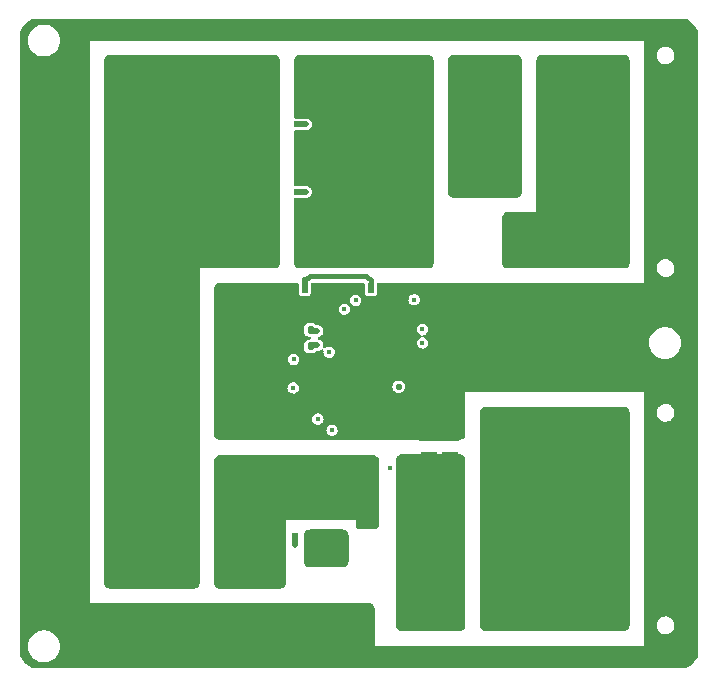
<source format=gbr>
G04 #@! TF.GenerationSoftware,KiCad,Pcbnew,(6.0.0)*
G04 #@! TF.CreationDate,2022-03-25T20:26:53+08:00*
G04 #@! TF.ProjectId,Dual-Power,4475616c-2d50-46f7-9765-722e6b696361,rev?*
G04 #@! TF.SameCoordinates,Original*
G04 #@! TF.FileFunction,Copper,L4,Bot*
G04 #@! TF.FilePolarity,Positive*
%FSLAX46Y46*%
G04 Gerber Fmt 4.6, Leading zero omitted, Abs format (unit mm)*
G04 Created by KiCad (PCBNEW (6.0.0)) date 2022-03-25 20:26:53*
%MOMM*%
%LPD*%
G01*
G04 APERTURE LIST*
G04 Aperture macros list*
%AMRoundRect*
0 Rectangle with rounded corners*
0 $1 Rounding radius*
0 $2 $3 $4 $5 $6 $7 $8 $9 X,Y pos of 4 corners*
0 Add a 4 corners polygon primitive as box body*
4,1,4,$2,$3,$4,$5,$6,$7,$8,$9,$2,$3,0*
0 Add four circle primitives for the rounded corners*
1,1,$1+$1,$2,$3*
1,1,$1+$1,$4,$5*
1,1,$1+$1,$6,$7*
1,1,$1+$1,$8,$9*
0 Add four rect primitives between the rounded corners*
20,1,$1+$1,$2,$3,$4,$5,0*
20,1,$1+$1,$4,$5,$6,$7,0*
20,1,$1+$1,$6,$7,$8,$9,0*
20,1,$1+$1,$8,$9,$2,$3,0*%
G04 Aperture macros list end*
G04 #@! TA.AperFunction,SMDPad,CuDef*
%ADD10RoundRect,0.250000X1.750000X1.000000X-1.750000X1.000000X-1.750000X-1.000000X1.750000X-1.000000X0*%
G04 #@! TD*
G04 #@! TA.AperFunction,SMDPad,CuDef*
%ADD11RoundRect,0.249999X-0.325001X-0.650001X0.325001X-0.650001X0.325001X0.650001X-0.325001X0.650001X0*%
G04 #@! TD*
G04 #@! TA.AperFunction,SMDPad,CuDef*
%ADD12RoundRect,0.250000X-1.000000X1.500000X-1.000000X-1.500000X1.000000X-1.500000X1.000000X1.500000X0*%
G04 #@! TD*
G04 #@! TA.AperFunction,SMDPad,CuDef*
%ADD13RoundRect,0.249999X0.325001X0.650001X-0.325001X0.650001X-0.325001X-0.650001X0.325001X-0.650001X0*%
G04 #@! TD*
G04 #@! TA.AperFunction,SMDPad,CuDef*
%ADD14RoundRect,0.249999X-0.650001X0.325001X-0.650001X-0.325001X0.650001X-0.325001X0.650001X0.325001X0*%
G04 #@! TD*
G04 #@! TA.AperFunction,SMDPad,CuDef*
%ADD15RoundRect,0.147500X-0.147500X-0.172500X0.147500X-0.172500X0.147500X0.172500X-0.147500X0.172500X0*%
G04 #@! TD*
G04 #@! TA.AperFunction,SMDPad,CuDef*
%ADD16R,1.390000X1.400000*%
G04 #@! TD*
G04 #@! TA.AperFunction,SMDPad,CuDef*
%ADD17R,3.360000X4.860000*%
G04 #@! TD*
G04 #@! TA.AperFunction,SMDPad,CuDef*
%ADD18R,2.900000X5.400000*%
G04 #@! TD*
G04 #@! TA.AperFunction,SMDPad,CuDef*
%ADD19R,0.500000X0.850000*%
G04 #@! TD*
G04 #@! TA.AperFunction,SMDPad,CuDef*
%ADD20R,4.410000X4.550000*%
G04 #@! TD*
G04 #@! TA.AperFunction,SMDPad,CuDef*
%ADD21R,0.850000X0.500000*%
G04 #@! TD*
G04 #@! TA.AperFunction,SMDPad,CuDef*
%ADD22R,4.550000X4.410000*%
G04 #@! TD*
G04 #@! TA.AperFunction,SMDPad,CuDef*
%ADD23RoundRect,0.249999X-1.425001X0.362501X-1.425001X-0.362501X1.425001X-0.362501X1.425001X0.362501X0*%
G04 #@! TD*
G04 #@! TA.AperFunction,SMDPad,CuDef*
%ADD24RoundRect,0.249999X0.362501X1.425001X-0.362501X1.425001X-0.362501X-1.425001X0.362501X-1.425001X0*%
G04 #@! TD*
G04 #@! TA.AperFunction,SMDPad,CuDef*
%ADD25RoundRect,0.250000X0.362500X1.425000X-0.362500X1.425000X-0.362500X-1.425000X0.362500X-1.425000X0*%
G04 #@! TD*
G04 #@! TA.AperFunction,ComponentPad*
%ADD26RoundRect,0.250000X-0.500000X0.500000X-0.500000X-0.500000X0.500000X-0.500000X0.500000X0.500000X0*%
G04 #@! TD*
G04 #@! TA.AperFunction,ComponentPad*
%ADD27C,1.500000*%
G04 #@! TD*
G04 #@! TA.AperFunction,ComponentPad*
%ADD28RoundRect,0.250001X1.399999X-1.099999X1.399999X1.099999X-1.399999X1.099999X-1.399999X-1.099999X0*%
G04 #@! TD*
G04 #@! TA.AperFunction,ComponentPad*
%ADD29O,3.300000X2.700000*%
G04 #@! TD*
G04 #@! TA.AperFunction,ViaPad*
%ADD30C,0.500000*%
G04 #@! TD*
G04 #@! TA.AperFunction,ViaPad*
%ADD31C,0.450000*%
G04 #@! TD*
G04 #@! TA.AperFunction,ViaPad*
%ADD32C,0.550000*%
G04 #@! TD*
G04 #@! TA.AperFunction,Conductor*
%ADD33C,0.500000*%
G04 #@! TD*
G04 #@! TA.AperFunction,Conductor*
%ADD34C,0.300000*%
G04 #@! TD*
G04 #@! TA.AperFunction,Conductor*
%ADD35C,0.400000*%
G04 #@! TD*
G04 APERTURE END LIST*
D10*
G04 #@! TO.P,C1,1*
G04 #@! TO.N,VIN*
X123500000Y-92200000D03*
G04 #@! TO.P,C1,2*
G04 #@! TO.N,GND*
X115500000Y-92200000D03*
G04 #@! TD*
D11*
G04 #@! TO.P,C2,1*
G04 #@! TO.N,VIN*
X127125000Y-93600000D03*
G04 #@! TO.P,C2,2*
G04 #@! TO.N,GND*
X130075000Y-93600000D03*
G04 #@! TD*
G04 #@! TO.P,C3,1*
G04 #@! TO.N,VIN*
X127125000Y-91077778D03*
G04 #@! TO.P,C3,2*
G04 #@! TO.N,GND*
X130075000Y-91077778D03*
G04 #@! TD*
G04 #@! TO.P,C4,1*
G04 #@! TO.N,VIN*
X127125000Y-88555556D03*
G04 #@! TO.P,C4,2*
G04 #@! TO.N,GND*
X130075000Y-88555556D03*
G04 #@! TD*
D12*
G04 #@! TO.P,C16,1*
G04 #@! TO.N,GND*
X155100000Y-89050000D03*
G04 #@! TO.P,C16,2*
G04 #@! TO.N,Vout2(-12V)*
X155100000Y-95550000D03*
G04 #@! TD*
D13*
G04 #@! TO.P,C18,1*
G04 #@! TO.N,Net-(C18-Pad1)*
X145375000Y-97600000D03*
G04 #@! TO.P,C18,2*
G04 #@! TO.N,Net-(C18-Pad2)*
X142425000Y-97600000D03*
G04 #@! TD*
G04 #@! TO.P,C19,1*
G04 #@! TO.N,Net-(C18-Pad1)*
X145375000Y-102000000D03*
G04 #@! TO.P,C19,2*
G04 #@! TO.N,Net-(C18-Pad2)*
X142425000Y-102000000D03*
G04 #@! TD*
G04 #@! TO.P,C20,1*
G04 #@! TO.N,Net-(C18-Pad1)*
X145375000Y-99800000D03*
G04 #@! TO.P,C20,2*
G04 #@! TO.N,Net-(C18-Pad2)*
X142425000Y-99800000D03*
G04 #@! TD*
D14*
G04 #@! TO.P,C22,1*
G04 #@! TO.N,VIN*
X133200000Y-80025000D03*
G04 #@! TO.P,C22,2*
G04 #@! TO.N,GND*
X133200000Y-82975000D03*
G04 #@! TD*
G04 #@! TO.P,C24,1*
G04 #@! TO.N,VIN*
X130600000Y-80025000D03*
G04 #@! TO.P,C24,2*
G04 #@! TO.N,GND*
X130600000Y-82975000D03*
G04 #@! TD*
D15*
G04 #@! TO.P,D1,1,K*
G04 #@! TO.N,GND*
X136415000Y-86100000D03*
G04 #@! TO.P,D1,2,A*
G04 #@! TO.N,Net-(D1-Pad2)*
X137385000Y-86100000D03*
G04 #@! TD*
G04 #@! TO.P,D2,1,K*
G04 #@! TO.N,GND*
X136415000Y-87500000D03*
G04 #@! TO.P,D2,2,A*
G04 #@! TO.N,Net-(D2-Pad2)*
X137385000Y-87500000D03*
G04 #@! TD*
D16*
G04 #@! TO.P,D3,1*
G04 #@! TO.N,Net-(C18-Pad1)*
X149220000Y-97156000D03*
G04 #@! TO.P,D3,2*
X147380000Y-97156000D03*
D17*
G04 #@! TO.P,D3,3*
G04 #@! TO.N,GND*
X148300000Y-93174000D03*
G04 #@! TD*
D18*
G04 #@! TO.P,L1,1,1*
G04 #@! TO.N,Vout2(-12V)*
X158850000Y-105000000D03*
G04 #@! TO.P,L1,2,2*
G04 #@! TO.N,Net-(C18-Pad1)*
X147950000Y-105000000D03*
G04 #@! TD*
G04 #@! TO.P,L2,1,1*
G04 #@! TO.N,VIN*
X122550000Y-104900000D03*
G04 #@! TO.P,L2,2,2*
G04 #@! TO.N,Net-(C18-Pad2)*
X133450000Y-104900000D03*
G04 #@! TD*
G04 #@! TO.P,L3,1,1*
G04 #@! TO.N,Net-(C23-Pad1)*
X139750000Y-69200000D03*
G04 #@! TO.P,L3,2,2*
G04 #@! TO.N,Net-(C25-Pad1)*
X150650000Y-69200000D03*
G04 #@! TD*
D19*
G04 #@! TO.P,Q1,1,S*
G04 #@! TO.N,Net-(Q1-Pad1)*
X139905000Y-103700000D03*
G04 #@! TO.P,Q1,2,S*
X138635000Y-103700000D03*
G04 #@! TO.P,Q1,3,S*
X137365000Y-103700000D03*
G04 #@! TO.P,Q1,4,G*
G04 #@! TO.N,Net-(Q1-Pad4)*
X136095000Y-103700000D03*
D20*
G04 #@! TO.P,Q1,5,D*
G04 #@! TO.N,Net-(C18-Pad2)*
X138000000Y-99750000D03*
G04 #@! TD*
D19*
G04 #@! TO.P,Q2,1,S*
G04 #@! TO.N,GND*
X140705000Y-82540000D03*
G04 #@! TO.P,Q2,2,S*
X139435000Y-82540000D03*
G04 #@! TO.P,Q2,3,S*
X138165000Y-82540000D03*
G04 #@! TO.P,Q2,4,G*
G04 #@! TO.N,Net-(Q2-Pad4)*
X136895000Y-82540000D03*
D20*
G04 #@! TO.P,Q2,5,D*
G04 #@! TO.N,Net-(C23-Pad1)*
X138800000Y-78590000D03*
G04 #@! TD*
D21*
G04 #@! TO.P,Q3,1,S*
G04 #@! TO.N,Net-(C23-Pad1)*
X136400000Y-70595000D03*
G04 #@! TO.P,Q3,2,S*
X136400000Y-71865000D03*
G04 #@! TO.P,Q3,3,S*
X136400000Y-73135000D03*
G04 #@! TO.P,Q3,4,G*
G04 #@! TO.N,Net-(Q3-Pad4)*
X136400000Y-74405000D03*
D22*
G04 #@! TO.P,Q3,5,D*
G04 #@! TO.N,VIN*
X132450000Y-72500000D03*
G04 #@! TD*
D23*
G04 #@! TO.P,R12,1*
G04 #@! TO.N,Net-(Q1-Pad1)*
X138700000Y-105237500D03*
G04 #@! TO.P,R12,2*
G04 #@! TO.N,GND*
X138700000Y-111162500D03*
G04 #@! TD*
D24*
G04 #@! TO.P,R14,1*
G04 #@! TO.N,Vout1(12V)*
X159292500Y-70800000D03*
G04 #@! TO.P,R14,2*
G04 #@! TO.N,Net-(C25-Pad1)*
X153367500Y-70800000D03*
G04 #@! TD*
D12*
G04 #@! TO.P,C29,1*
G04 #@! TO.N,Vout1(12V)*
X155100000Y-78150000D03*
G04 #@! TO.P,C29,2*
G04 #@! TO.N,GND*
X155100000Y-84650000D03*
G04 #@! TD*
D10*
G04 #@! TO.P,C32,1*
G04 #@! TO.N,VIN*
X123500000Y-81500000D03*
G04 #@! TO.P,C32,2*
G04 #@! TO.N,GND*
X115500000Y-81500000D03*
G04 #@! TD*
D21*
G04 #@! TO.P,Q4,1,S*
G04 #@! TO.N,Net-(C23-Pad1)*
X136400000Y-64895000D03*
G04 #@! TO.P,Q4,2,S*
X136400000Y-66165000D03*
G04 #@! TO.P,Q4,3,S*
X136400000Y-67435000D03*
G04 #@! TO.P,Q4,4,G*
G04 #@! TO.N,Net-(Q3-Pad4)*
X136400000Y-68705000D03*
D22*
G04 #@! TO.P,Q4,5,D*
G04 #@! TO.N,VIN*
X132450000Y-66800000D03*
G04 #@! TD*
D19*
G04 #@! TO.P,Q5,1,S*
G04 #@! TO.N,GND*
X146305000Y-82540000D03*
G04 #@! TO.P,Q5,2,S*
X145035000Y-82540000D03*
G04 #@! TO.P,Q5,3,S*
X143765000Y-82540000D03*
G04 #@! TO.P,Q5,4,G*
G04 #@! TO.N,Net-(Q2-Pad4)*
X142495000Y-82540000D03*
D20*
G04 #@! TO.P,Q5,5,D*
G04 #@! TO.N,Net-(C23-Pad1)*
X144400000Y-78590000D03*
G04 #@! TD*
D25*
G04 #@! TO.P,R17,1*
G04 #@! TO.N,Vout1(12V)*
X159292500Y-67000000D03*
G04 #@! TO.P,R17,2*
G04 #@! TO.N,Net-(C25-Pad1)*
X153367500Y-67000000D03*
G04 #@! TD*
D26*
G04 #@! TO.P,J1,1,Pin_1*
G04 #@! TO.N,Vout1(12V)*
X163500000Y-65860000D03*
D27*
G04 #@! TO.P,J1,2,Pin_2*
X163500000Y-68860000D03*
G04 #@! TO.P,J1,3,Pin_3*
X163500000Y-71860000D03*
G04 #@! TO.P,J1,4,Pin_4*
X163500000Y-74860000D03*
G04 #@! TO.P,J1,5,Pin_5*
X163500000Y-77860000D03*
G04 #@! TO.P,J1,6,Pin_6*
G04 #@! TO.N,GND*
X166500000Y-65860000D03*
G04 #@! TO.P,J1,7,Pin_7*
X166500000Y-68860000D03*
G04 #@! TO.P,J1,8,Pin_8*
X166500000Y-71860000D03*
G04 #@! TO.P,J1,9,Pin_9*
X166500000Y-74860000D03*
G04 #@! TO.P,J1,10,Pin_10*
X166500000Y-77860000D03*
G04 #@! TD*
D26*
G04 #@! TO.P,J2,1,Pin_1*
G04 #@! TO.N,Vout2(-12V)*
X163500000Y-96110000D03*
D27*
G04 #@! TO.P,J2,2,Pin_2*
X163500000Y-99110000D03*
G04 #@! TO.P,J2,3,Pin_3*
X163500000Y-102110000D03*
G04 #@! TO.P,J2,4,Pin_4*
X163500000Y-105110000D03*
G04 #@! TO.P,J2,5,Pin_5*
X163500000Y-108110000D03*
G04 #@! TO.P,J2,6,Pin_6*
G04 #@! TO.N,GND*
X166500000Y-96110000D03*
G04 #@! TO.P,J2,7,Pin_7*
X166500000Y-99110000D03*
G04 #@! TO.P,J2,8,Pin_8*
X166500000Y-102110000D03*
G04 #@! TO.P,J2,9,Pin_9*
X166500000Y-105110000D03*
G04 #@! TO.P,J2,10,Pin_10*
X166500000Y-108110000D03*
G04 #@! TD*
D28*
G04 #@! TO.P,J3,1,Pin_1*
G04 #@! TO.N,VIN*
X122100000Y-70900000D03*
D29*
G04 #@! TO.P,J3,2,Pin_2*
X122100000Y-66700000D03*
G04 #@! TO.P,J3,3,Pin_3*
G04 #@! TO.N,GND*
X116600000Y-70900000D03*
G04 #@! TO.P,J3,4,Pin_4*
X116600000Y-66700000D03*
G04 #@! TD*
D13*
G04 #@! TO.P,Cx1,1*
G04 #@! TO.N,GND*
X130075000Y-86100000D03*
G04 #@! TO.P,Cx1,2*
G04 #@! TO.N,VIN*
X127125000Y-86100000D03*
G04 #@! TD*
D30*
G04 #@! TO.N,GND*
X142400000Y-86160000D03*
X143200000Y-86160000D03*
X144000000Y-86160000D03*
X141600000Y-86960000D03*
X142400000Y-86960000D03*
X143200000Y-86960000D03*
X144000000Y-86960000D03*
X141600000Y-87760000D03*
X142400000Y-87760000D03*
X143200000Y-87760000D03*
X144000000Y-87760000D03*
X141600000Y-88560000D03*
X142400000Y-88560000D03*
X143200000Y-88560000D03*
X144000000Y-88560000D03*
D31*
X169400000Y-61800000D03*
X167400000Y-60700000D03*
X169400000Y-60700000D03*
X168400000Y-60700000D03*
X165400000Y-60700000D03*
X166400000Y-60700000D03*
X165400000Y-113800000D03*
X166400000Y-113800000D03*
X169400000Y-113800000D03*
X167400000Y-113800000D03*
X168400000Y-113800000D03*
X117400000Y-60700000D03*
X118400000Y-60700000D03*
X119400000Y-60700000D03*
X120400000Y-60700000D03*
X121400000Y-60700000D03*
X122400000Y-60700000D03*
X123400000Y-60700000D03*
X124400000Y-60700000D03*
X125400000Y-60700000D03*
X126400000Y-60700000D03*
X127400000Y-60700000D03*
X128400000Y-60700000D03*
X129400000Y-60700000D03*
X130400000Y-60700000D03*
X131400000Y-60700000D03*
X132400000Y-60700000D03*
X133400000Y-60700000D03*
X134400000Y-60700000D03*
X135400000Y-60700000D03*
X136400000Y-60700000D03*
X137400000Y-60700000D03*
X138400000Y-60700000D03*
X139400000Y-60700000D03*
X140400000Y-60700000D03*
X141400000Y-60700000D03*
X142400000Y-60700000D03*
X143400000Y-60700000D03*
X144400000Y-60700000D03*
X145400000Y-60700000D03*
X146400000Y-60700000D03*
X147400000Y-60700000D03*
X148400000Y-60700000D03*
X149400000Y-60700000D03*
X150400000Y-60700000D03*
X151400000Y-60700000D03*
X152400000Y-60700000D03*
X153400000Y-60700000D03*
X154400000Y-60700000D03*
X155400000Y-60700000D03*
X156400000Y-60700000D03*
X157400000Y-60700000D03*
X158400000Y-60700000D03*
X159400000Y-60700000D03*
X160400000Y-60700000D03*
X161400000Y-60700000D03*
X162400000Y-60700000D03*
X163400000Y-60700000D03*
X164400000Y-60700000D03*
X142400000Y-113800000D03*
X128400000Y-113800000D03*
X144400000Y-113800000D03*
X136400000Y-113800000D03*
X134400000Y-113800000D03*
X152400000Y-113800000D03*
X119400000Y-113800000D03*
X129400000Y-113800000D03*
X124400000Y-113800000D03*
X123400000Y-113800000D03*
X118400000Y-113800000D03*
X125400000Y-113800000D03*
X117400000Y-113800000D03*
X137400000Y-113800000D03*
X138400000Y-113800000D03*
X121400000Y-113800000D03*
X141400000Y-113800000D03*
X143400000Y-113800000D03*
X146400000Y-113800000D03*
X149400000Y-113800000D03*
X120400000Y-113800000D03*
X150400000Y-113800000D03*
X151400000Y-113800000D03*
X154400000Y-113800000D03*
X155400000Y-113800000D03*
X147400000Y-113800000D03*
X158400000Y-113800000D03*
X139400000Y-113800000D03*
X159400000Y-113800000D03*
X132400000Y-113800000D03*
X160400000Y-113800000D03*
X161400000Y-113800000D03*
X145400000Y-113800000D03*
X133400000Y-113800000D03*
X130400000Y-113800000D03*
X148400000Y-113800000D03*
X153400000Y-113800000D03*
X122400000Y-113800000D03*
X126400000Y-113800000D03*
X156400000Y-113800000D03*
X157400000Y-113800000D03*
X127400000Y-113800000D03*
X135400000Y-113800000D03*
X131400000Y-113800000D03*
X140400000Y-113800000D03*
X163400000Y-113800000D03*
X164400000Y-113800000D03*
X162400000Y-113800000D03*
X169400000Y-83900000D03*
X169400000Y-72900000D03*
X169400000Y-101900000D03*
X169400000Y-96900000D03*
X169400000Y-86900000D03*
X169400000Y-100900000D03*
X169400000Y-69900000D03*
X169400000Y-91900000D03*
X169400000Y-105900000D03*
X169400000Y-73900000D03*
X169400001Y-107900000D03*
X169400000Y-95900000D03*
X169400001Y-84900000D03*
X169400001Y-103900000D03*
X169400000Y-104900000D03*
X169400000Y-74900000D03*
X169400000Y-108900000D03*
X169400000Y-81900000D03*
X169400000Y-68900000D03*
X169400000Y-88900000D03*
X169400001Y-75900000D03*
X169400000Y-97900000D03*
X169400000Y-76900000D03*
X169400000Y-90900000D03*
X169400000Y-99900000D03*
X169400000Y-67900000D03*
X169400001Y-98900000D03*
X169400000Y-63900000D03*
X169400000Y-106900000D03*
X169400001Y-66900000D03*
X169400001Y-70900000D03*
X169400001Y-93900000D03*
X169400001Y-102900000D03*
X169400001Y-94900000D03*
X169400000Y-65900000D03*
X169400001Y-71900000D03*
X169400000Y-79900000D03*
X169400000Y-85900000D03*
X169400000Y-92900000D03*
X169400001Y-80900000D03*
X169400000Y-64900000D03*
X169400000Y-77900000D03*
X169400001Y-89900000D03*
X169400001Y-112900000D03*
X169400000Y-87900000D03*
X169400000Y-111900000D03*
X169400000Y-78900000D03*
X169400000Y-110900000D03*
X169400001Y-62900000D03*
X169400000Y-109900000D03*
X169400000Y-82900000D03*
D30*
X141600000Y-86160000D03*
D31*
X133750000Y-87500000D03*
X138000000Y-88600000D03*
X140600000Y-89930000D03*
X140100000Y-94350000D03*
X133750000Y-86850000D03*
X133750000Y-88150000D03*
X133750000Y-86200000D03*
G04 #@! TO.N,VIN*
X123400000Y-84200000D03*
X123400000Y-85200000D03*
X123400000Y-86200000D03*
X123400000Y-87200000D03*
X123400000Y-88200000D03*
X123400000Y-89200000D03*
X121800000Y-86200000D03*
X121800000Y-87200000D03*
X122600000Y-88700000D03*
X121800000Y-89200000D03*
X121800000Y-84200000D03*
X121800000Y-85200000D03*
X122600000Y-89700000D03*
X122600000Y-84700000D03*
X122600000Y-86700000D03*
X122600000Y-87700000D03*
X122600000Y-85700000D03*
X121800000Y-88200000D03*
X123100000Y-73199999D03*
X121100000Y-73200000D03*
X122100000Y-73200000D03*
X121100000Y-64500000D03*
X123100000Y-64499999D03*
X122100000Y-64500000D03*
X123400000Y-81500000D03*
X146849982Y-87199990D03*
X135910016Y-91010014D03*
X123400000Y-92200000D03*
G04 #@! TO.N,INTVcc*
X135950000Y-88600000D03*
X138950000Y-88000000D03*
X139200000Y-94600000D03*
G04 #@! TO.N,Vout2(-12V)*
X160400000Y-96900000D03*
X157400000Y-96900000D03*
X161400000Y-96900000D03*
X158400000Y-96900000D03*
X159400000Y-96900000D03*
X158400000Y-94900000D03*
X159400000Y-95900000D03*
X158400000Y-95900000D03*
X161400000Y-94900000D03*
X159400000Y-94900000D03*
X157400000Y-95900000D03*
X157400000Y-94900000D03*
X160400000Y-95900000D03*
X161400000Y-95900000D03*
X160400000Y-94900000D03*
X160900000Y-105300000D03*
X160900000Y-106700000D03*
X160900000Y-101800000D03*
X160900000Y-108100000D03*
X160900000Y-103200000D03*
X160900000Y-107400000D03*
X160900000Y-106000000D03*
X160900000Y-104600000D03*
X160900000Y-103900000D03*
X160900000Y-102500000D03*
X144099998Y-97800001D03*
G04 #@! TO.N,Net-(C23-Pad1)*
X147600000Y-80200000D03*
G04 #@! TO.N,Vout1(12V)*
X160500000Y-65800000D03*
X160500000Y-68600000D03*
X160500000Y-67900000D03*
X160500000Y-67200000D03*
X160500000Y-66500000D03*
X160500000Y-69300000D03*
X160500000Y-70000000D03*
X160500000Y-71400000D03*
X160500000Y-70700000D03*
X160500000Y-72100000D03*
X158300000Y-76600000D03*
X159300000Y-76600000D03*
X160300000Y-76600000D03*
X161300000Y-76600000D03*
X157300000Y-77600000D03*
X158300000Y-77600000D03*
X159300000Y-77600000D03*
X160300000Y-77600000D03*
X161300000Y-77600000D03*
X157300000Y-78600000D03*
X158300000Y-78600000D03*
X159300000Y-78600000D03*
X160300000Y-78600000D03*
X161300000Y-78600000D03*
X157300000Y-76600000D03*
X157850000Y-70800000D03*
X140250000Y-84350000D03*
G04 #@! TO.N,Net-(C25-Pad1)*
X154950000Y-70800000D03*
X141200000Y-83600000D03*
G04 #@! TO.N,Net-(D1-Pad2)*
X137940000Y-86200000D03*
G04 #@! TO.N,Net-(D2-Pad2)*
X137940000Y-87410000D03*
G04 #@! TO.N,Net-(Q1-Pad4)*
X136100000Y-104350000D03*
D32*
X144850000Y-90900000D03*
D31*
G04 #@! TO.N,Net-(Q1-Pad1)*
X138000000Y-93650000D03*
X138000000Y-103300000D03*
G04 #@! TO.N,Net-(Q2-Pad4)*
X146850000Y-86050000D03*
D32*
X136900000Y-81900000D03*
D31*
G04 #@! TO.N,Net-(Q3-Pad4)*
X137000000Y-68700000D03*
X137000000Y-74400000D03*
X146150001Y-83550005D03*
G04 #@! TD*
D33*
G04 #@! TO.N,Net-(D1-Pad2)*
X137485000Y-86200000D02*
X137385000Y-86100000D01*
X137940000Y-86200000D02*
X137485000Y-86200000D01*
D34*
G04 #@! TO.N,Net-(D2-Pad2)*
X137475000Y-87410000D02*
X137385000Y-87500000D01*
D33*
X137940000Y-87410000D02*
X137475000Y-87410000D01*
G04 #@! TO.N,Net-(Q1-Pad4)*
X136100000Y-103705000D02*
X136095000Y-103700000D01*
X136100000Y-104350000D02*
X136100000Y-103705000D01*
D35*
G04 #@! TO.N,Net-(Q2-Pad4)*
X137300000Y-81500000D02*
X142100000Y-81500000D01*
D33*
X136900000Y-81900000D02*
X136900000Y-82535000D01*
D35*
X142495000Y-81895000D02*
X142495000Y-82540000D01*
X136895000Y-81905000D02*
X137300000Y-81500000D01*
X142100000Y-81500000D02*
X142495000Y-81895000D01*
D33*
G04 #@! TO.N,Net-(Q3-Pad4)*
X137000000Y-74400000D02*
X136405000Y-74400000D01*
X136400000Y-68705000D02*
X136995000Y-68705000D01*
X136995000Y-68705000D02*
X137000000Y-68700000D01*
X136405000Y-74400000D02*
X136400000Y-74405000D01*
G04 #@! TD*
G04 #@! TA.AperFunction,Conductor*
G04 #@! TO.N,GND*
G36*
X127300000Y-114700000D02*
G01*
X123100000Y-114700000D01*
X123100000Y-109200000D01*
X127300000Y-109200000D01*
X127300000Y-114700000D01*
G37*
G04 #@! TD.AperFunction*
G04 #@! TD*
G04 #@! TA.AperFunction,Conductor*
G04 #@! TO.N,VIN*
G36*
X134308059Y-62801061D02*
G01*
X134413225Y-62814906D01*
X134444491Y-62823284D01*
X134534921Y-62860741D01*
X134562948Y-62876923D01*
X134640023Y-62936065D01*
X134640603Y-62936510D01*
X134663490Y-62959397D01*
X134723077Y-63037052D01*
X134739260Y-63065081D01*
X134776716Y-63155508D01*
X134785094Y-63186776D01*
X134798939Y-63291941D01*
X134800000Y-63308126D01*
X134800000Y-80391874D01*
X134798939Y-80408059D01*
X134785094Y-80513224D01*
X134776716Y-80544492D01*
X134739260Y-80634919D01*
X134723077Y-80662948D01*
X134663935Y-80740023D01*
X134663490Y-80740603D01*
X134640603Y-80763490D01*
X134562948Y-80823077D01*
X134534921Y-80839259D01*
X134444492Y-80876716D01*
X134413225Y-80885094D01*
X134328346Y-80896268D01*
X134308059Y-80898939D01*
X134291874Y-80900000D01*
X128000000Y-80900000D01*
X128000000Y-107491874D01*
X127998939Y-107508059D01*
X127985094Y-107613224D01*
X127976716Y-107644492D01*
X127939260Y-107734919D01*
X127923077Y-107762948D01*
X127863935Y-107840023D01*
X127863490Y-107840603D01*
X127840603Y-107863490D01*
X127762948Y-107923077D01*
X127734921Y-107939259D01*
X127644492Y-107976716D01*
X127613225Y-107985094D01*
X127528346Y-107996268D01*
X127508059Y-107998939D01*
X127491874Y-108000000D01*
X120408126Y-108000000D01*
X120391941Y-107998939D01*
X120371654Y-107996268D01*
X120286775Y-107985094D01*
X120255508Y-107976716D01*
X120165079Y-107939259D01*
X120137052Y-107923077D01*
X120059397Y-107863490D01*
X120036510Y-107840603D01*
X120036065Y-107840023D01*
X119976923Y-107762948D01*
X119960740Y-107734919D01*
X119923284Y-107644492D01*
X119914906Y-107613224D01*
X119901061Y-107508059D01*
X119900000Y-107491874D01*
X119900000Y-63308126D01*
X119901061Y-63291941D01*
X119914906Y-63186776D01*
X119923284Y-63155508D01*
X119960740Y-63065081D01*
X119976923Y-63037052D01*
X120036510Y-62959397D01*
X120059397Y-62936510D01*
X120059977Y-62936065D01*
X120137052Y-62876923D01*
X120165079Y-62860741D01*
X120255509Y-62823284D01*
X120286775Y-62814906D01*
X120391941Y-62801061D01*
X120408126Y-62800000D01*
X134291874Y-62800000D01*
X134308059Y-62801061D01*
G37*
G04 #@! TD.AperFunction*
G04 #@! TD*
G04 #@! TA.AperFunction,Conductor*
G04 #@! TO.N,Net-(C25-Pad1)*
G36*
X154808059Y-62801061D02*
G01*
X154913225Y-62814906D01*
X154944491Y-62823284D01*
X155034921Y-62860741D01*
X155062948Y-62876923D01*
X155140023Y-62936065D01*
X155140603Y-62936510D01*
X155163490Y-62959397D01*
X155223077Y-63037052D01*
X155239260Y-63065081D01*
X155276716Y-63155508D01*
X155285094Y-63186776D01*
X155298939Y-63291941D01*
X155300000Y-63308126D01*
X155300000Y-74391874D01*
X155298939Y-74408059D01*
X155285094Y-74513224D01*
X155276716Y-74544492D01*
X155239260Y-74634919D01*
X155223077Y-74662948D01*
X155163935Y-74740023D01*
X155163490Y-74740603D01*
X155140603Y-74763490D01*
X155062948Y-74823077D01*
X155034921Y-74839259D01*
X154944492Y-74876716D01*
X154913225Y-74885094D01*
X154828346Y-74896268D01*
X154808059Y-74898939D01*
X154791874Y-74900000D01*
X149508126Y-74900000D01*
X149491941Y-74898939D01*
X149471654Y-74896268D01*
X149386775Y-74885094D01*
X149355508Y-74876716D01*
X149265079Y-74839259D01*
X149237052Y-74823077D01*
X149159397Y-74763490D01*
X149136510Y-74740603D01*
X149136065Y-74740023D01*
X149076923Y-74662948D01*
X149060740Y-74634919D01*
X149023284Y-74544492D01*
X149014906Y-74513224D01*
X149001061Y-74408059D01*
X149000000Y-74391874D01*
X149000000Y-63308126D01*
X149001061Y-63291941D01*
X149014906Y-63186776D01*
X149023284Y-63155508D01*
X149060740Y-63065081D01*
X149076923Y-63037052D01*
X149136510Y-62959397D01*
X149159397Y-62936510D01*
X149159977Y-62936065D01*
X149237052Y-62876923D01*
X149265079Y-62860741D01*
X149355509Y-62823284D01*
X149386775Y-62814906D01*
X149491941Y-62801061D01*
X149508126Y-62800000D01*
X154791874Y-62800000D01*
X154808059Y-62801061D01*
G37*
G04 #@! TD.AperFunction*
G04 #@! TD*
G04 #@! TA.AperFunction,Conductor*
G04 #@! TO.N,Net-(C18-Pad1)*
G36*
X150008059Y-96601061D02*
G01*
X150113225Y-96614906D01*
X150144491Y-96623284D01*
X150234921Y-96660741D01*
X150262948Y-96676923D01*
X150340023Y-96736065D01*
X150340603Y-96736510D01*
X150363490Y-96759397D01*
X150423077Y-96837052D01*
X150439260Y-96865081D01*
X150476716Y-96955508D01*
X150485094Y-96986776D01*
X150498939Y-97091941D01*
X150500000Y-97108126D01*
X150500000Y-111091874D01*
X150498939Y-111108059D01*
X150485094Y-111213224D01*
X150476716Y-111244492D01*
X150439260Y-111334919D01*
X150423077Y-111362948D01*
X150363935Y-111440023D01*
X150363490Y-111440603D01*
X150340603Y-111463490D01*
X150262948Y-111523077D01*
X150234921Y-111539259D01*
X150144492Y-111576716D01*
X150113225Y-111585094D01*
X150028346Y-111596268D01*
X150008059Y-111598939D01*
X149991874Y-111600000D01*
X145108126Y-111600000D01*
X145091941Y-111598939D01*
X145071654Y-111596268D01*
X144986775Y-111585094D01*
X144955508Y-111576716D01*
X144865079Y-111539259D01*
X144837052Y-111523077D01*
X144759397Y-111463490D01*
X144736510Y-111440603D01*
X144736065Y-111440023D01*
X144676923Y-111362948D01*
X144660740Y-111334919D01*
X144623284Y-111244492D01*
X144614906Y-111213224D01*
X144601061Y-111108059D01*
X144600000Y-111091874D01*
X144600000Y-97108126D01*
X144601061Y-97091941D01*
X144614906Y-96986776D01*
X144623284Y-96955508D01*
X144660740Y-96865081D01*
X144676923Y-96837052D01*
X144736510Y-96759397D01*
X144759397Y-96736510D01*
X144759977Y-96736065D01*
X144837052Y-96676923D01*
X144865079Y-96660741D01*
X144955509Y-96623284D01*
X144986775Y-96614906D01*
X145091941Y-96601061D01*
X145108126Y-96600000D01*
X149991874Y-96600000D01*
X150008059Y-96601061D01*
G37*
G04 #@! TD.AperFunction*
G04 #@! TD*
G04 #@! TA.AperFunction,Conductor*
G04 #@! TO.N,Net-(Q1-Pad1)*
G36*
X140109022Y-103001058D02*
G01*
X140127782Y-103003525D01*
X140214064Y-103014870D01*
X140245294Y-103023227D01*
X140335634Y-103060596D01*
X140363635Y-103076738D01*
X140441242Y-103136188D01*
X140464124Y-103159025D01*
X140523723Y-103236514D01*
X140539923Y-103264490D01*
X140577466Y-103354752D01*
X140585884Y-103385963D01*
X140599901Y-103490976D01*
X140600991Y-103507140D01*
X140605256Y-105690886D01*
X140604224Y-105707093D01*
X140590550Y-105812412D01*
X140582212Y-105843732D01*
X140544841Y-105934328D01*
X140528673Y-105962417D01*
X140469106Y-106040230D01*
X140446210Y-106063170D01*
X140368516Y-106122887D01*
X140340459Y-106139111D01*
X140249938Y-106176658D01*
X140218634Y-106185057D01*
X140113336Y-106198937D01*
X140097131Y-106200000D01*
X137302869Y-106200000D01*
X137286664Y-106198937D01*
X137181366Y-106185057D01*
X137150062Y-106176658D01*
X137059541Y-106139111D01*
X137031484Y-106122887D01*
X136953790Y-106063170D01*
X136930894Y-106040230D01*
X136871327Y-105962417D01*
X136855159Y-105934328D01*
X136817788Y-105843732D01*
X136809450Y-105812412D01*
X136795776Y-105707093D01*
X136794744Y-105690886D01*
X136799009Y-103507140D01*
X136800099Y-103490976D01*
X136814116Y-103385963D01*
X136822534Y-103354752D01*
X136860077Y-103264490D01*
X136876277Y-103236514D01*
X136935876Y-103159025D01*
X136958758Y-103136188D01*
X137036365Y-103076738D01*
X137064366Y-103060596D01*
X137154706Y-103023227D01*
X137185936Y-103014870D01*
X137272218Y-103003525D01*
X137290978Y-103001058D01*
X137307143Y-103000000D01*
X140092857Y-103000000D01*
X140109022Y-103001058D01*
G37*
G04 #@! TD.AperFunction*
G04 #@! TD*
G04 #@! TA.AperFunction,Conductor*
G04 #@! TO.N,Net-(C18-Pad2)*
G36*
X142708059Y-96701061D02*
G01*
X142813225Y-96714906D01*
X142844491Y-96723284D01*
X142934921Y-96760741D01*
X142962948Y-96776923D01*
X143040023Y-96836065D01*
X143040603Y-96836510D01*
X143063490Y-96859397D01*
X143123077Y-96937052D01*
X143139260Y-96965081D01*
X143176716Y-97055508D01*
X143185094Y-97086776D01*
X143198939Y-97191941D01*
X143200000Y-97208126D01*
X143200000Y-102491874D01*
X143198939Y-102508059D01*
X143185094Y-102613224D01*
X143176716Y-102644491D01*
X143143946Y-102723607D01*
X143139260Y-102734919D01*
X143123077Y-102762948D01*
X143067702Y-102835114D01*
X143063490Y-102840603D01*
X143040603Y-102863490D01*
X142962948Y-102923077D01*
X142934921Y-102939259D01*
X142844492Y-102976716D01*
X142813225Y-102985094D01*
X142728346Y-102996268D01*
X142708059Y-102998939D01*
X142691874Y-103000000D01*
X141609756Y-103000000D01*
X141590359Y-102998473D01*
X141574928Y-102996029D01*
X141495792Y-102983496D01*
X141458895Y-102971507D01*
X141382382Y-102932521D01*
X141350997Y-102909718D01*
X141290282Y-102849003D01*
X141267479Y-102817618D01*
X141228493Y-102741105D01*
X141216504Y-102704206D01*
X141215201Y-102695980D01*
X141200000Y-102600000D01*
X141200000Y-102200000D01*
X135300000Y-102200000D01*
X135300000Y-107491874D01*
X135298939Y-107508059D01*
X135285094Y-107613224D01*
X135276716Y-107644492D01*
X135239260Y-107734919D01*
X135223077Y-107762948D01*
X135163935Y-107840023D01*
X135163490Y-107840603D01*
X135140603Y-107863490D01*
X135062948Y-107923077D01*
X135034921Y-107939259D01*
X134944492Y-107976716D01*
X134913225Y-107985094D01*
X134828346Y-107996268D01*
X134808059Y-107998939D01*
X134791874Y-108000000D01*
X129708126Y-108000000D01*
X129691941Y-107998939D01*
X129671654Y-107996268D01*
X129586775Y-107985094D01*
X129555508Y-107976716D01*
X129465079Y-107939259D01*
X129437052Y-107923077D01*
X129359397Y-107863490D01*
X129336510Y-107840603D01*
X129336065Y-107840023D01*
X129276923Y-107762948D01*
X129260740Y-107734919D01*
X129223284Y-107644492D01*
X129214906Y-107613224D01*
X129201061Y-107508059D01*
X129200000Y-107491874D01*
X129200000Y-97208126D01*
X129201061Y-97191941D01*
X129214906Y-97086776D01*
X129223284Y-97055508D01*
X129260740Y-96965081D01*
X129276923Y-96937052D01*
X129336510Y-96859397D01*
X129359397Y-96836510D01*
X129359977Y-96836065D01*
X129437052Y-96776923D01*
X129465079Y-96760741D01*
X129555509Y-96723284D01*
X129586775Y-96714906D01*
X129691941Y-96701061D01*
X129708126Y-96700000D01*
X142691874Y-96700000D01*
X142708059Y-96701061D01*
G37*
G04 #@! TD.AperFunction*
G04 #@! TD*
G04 #@! TA.AperFunction,Conductor*
G04 #@! TO.N,Vout2(-12V)*
G36*
X163908059Y-92601061D02*
G01*
X164013225Y-92614906D01*
X164044491Y-92623284D01*
X164134921Y-92660741D01*
X164162948Y-92676923D01*
X164240023Y-92736065D01*
X164240603Y-92736510D01*
X164263490Y-92759397D01*
X164323077Y-92837052D01*
X164339260Y-92865081D01*
X164376716Y-92955508D01*
X164385094Y-92986776D01*
X164398939Y-93091941D01*
X164400000Y-93108126D01*
X164400000Y-111091874D01*
X164398939Y-111108059D01*
X164385094Y-111213224D01*
X164376716Y-111244492D01*
X164339260Y-111334919D01*
X164323077Y-111362948D01*
X164263935Y-111440023D01*
X164263490Y-111440603D01*
X164240603Y-111463490D01*
X164162948Y-111523077D01*
X164134921Y-111539259D01*
X164044492Y-111576716D01*
X164013225Y-111585094D01*
X163928346Y-111596268D01*
X163908059Y-111598939D01*
X163891874Y-111600000D01*
X152208126Y-111600000D01*
X152191941Y-111598939D01*
X152171654Y-111596268D01*
X152086775Y-111585094D01*
X152055508Y-111576716D01*
X151965079Y-111539259D01*
X151937052Y-111523077D01*
X151859397Y-111463490D01*
X151836510Y-111440603D01*
X151836065Y-111440023D01*
X151776923Y-111362948D01*
X151760740Y-111334919D01*
X151723284Y-111244492D01*
X151714906Y-111213224D01*
X151701061Y-111108059D01*
X151700000Y-111091874D01*
X151700000Y-93108126D01*
X151701061Y-93091941D01*
X151714906Y-92986776D01*
X151723284Y-92955508D01*
X151760740Y-92865081D01*
X151776923Y-92837052D01*
X151836510Y-92759397D01*
X151859397Y-92736510D01*
X151859977Y-92736065D01*
X151937052Y-92676923D01*
X151965079Y-92660741D01*
X152055509Y-92623284D01*
X152086775Y-92614906D01*
X152191941Y-92601061D01*
X152208126Y-92600000D01*
X163891874Y-92600000D01*
X163908059Y-92601061D01*
G37*
G04 #@! TD.AperFunction*
G04 #@! TD*
G04 #@! TA.AperFunction,Conductor*
G04 #@! TO.N,Vout1(12V)*
G36*
X163908059Y-62801061D02*
G01*
X164013225Y-62814906D01*
X164044491Y-62823284D01*
X164134921Y-62860741D01*
X164162948Y-62876923D01*
X164240023Y-62936065D01*
X164240603Y-62936510D01*
X164263490Y-62959397D01*
X164323077Y-63037052D01*
X164339260Y-63065081D01*
X164376716Y-63155508D01*
X164385094Y-63186776D01*
X164398939Y-63291941D01*
X164400000Y-63308126D01*
X164400000Y-80391874D01*
X164398939Y-80408059D01*
X164385094Y-80513224D01*
X164376716Y-80544492D01*
X164339260Y-80634919D01*
X164323077Y-80662948D01*
X164263935Y-80740023D01*
X164263490Y-80740603D01*
X164240603Y-80763490D01*
X164162948Y-80823077D01*
X164134921Y-80839259D01*
X164044492Y-80876716D01*
X164013225Y-80885094D01*
X163928346Y-80896268D01*
X163908059Y-80898939D01*
X163891874Y-80900000D01*
X154108126Y-80900000D01*
X154091941Y-80898939D01*
X154071654Y-80896268D01*
X153986775Y-80885094D01*
X153955508Y-80876716D01*
X153865079Y-80839259D01*
X153837052Y-80823077D01*
X153759397Y-80763490D01*
X153736510Y-80740603D01*
X153736065Y-80740023D01*
X153676923Y-80662948D01*
X153660740Y-80634919D01*
X153623284Y-80544492D01*
X153614906Y-80513224D01*
X153601061Y-80408059D01*
X153600000Y-80391874D01*
X153600000Y-76608126D01*
X153601061Y-76591941D01*
X153614906Y-76486776D01*
X153623284Y-76455508D01*
X153660740Y-76365081D01*
X153676923Y-76337052D01*
X153736510Y-76259397D01*
X153759397Y-76236510D01*
X153759977Y-76236065D01*
X153837052Y-76176923D01*
X153865079Y-76160741D01*
X153955509Y-76123284D01*
X153986775Y-76114906D01*
X154091941Y-76101061D01*
X154108126Y-76100000D01*
X156500000Y-76100000D01*
X156500000Y-63308126D01*
X156501061Y-63291941D01*
X156514906Y-63186776D01*
X156523284Y-63155508D01*
X156560740Y-63065081D01*
X156576923Y-63037052D01*
X156636510Y-62959397D01*
X156659397Y-62936510D01*
X156659977Y-62936065D01*
X156737052Y-62876923D01*
X156765079Y-62860741D01*
X156855509Y-62823284D01*
X156886775Y-62814906D01*
X156991941Y-62801061D01*
X157008126Y-62800000D01*
X163891874Y-62800000D01*
X163908059Y-62801061D01*
G37*
G04 #@! TD.AperFunction*
G04 #@! TD*
G04 #@! TA.AperFunction,Conductor*
G04 #@! TO.N,Net-(C23-Pad1)*
G36*
X147308059Y-62801061D02*
G01*
X147413225Y-62814906D01*
X147444491Y-62823284D01*
X147534921Y-62860741D01*
X147562948Y-62876923D01*
X147640023Y-62936065D01*
X147640603Y-62936510D01*
X147663490Y-62959397D01*
X147723077Y-63037052D01*
X147739260Y-63065081D01*
X147776716Y-63155508D01*
X147785094Y-63186776D01*
X147798939Y-63291941D01*
X147800000Y-63308126D01*
X147800000Y-80391874D01*
X147798939Y-80408059D01*
X147785094Y-80513224D01*
X147776716Y-80544492D01*
X147739260Y-80634919D01*
X147723077Y-80662948D01*
X147663935Y-80740023D01*
X147663490Y-80740603D01*
X147640603Y-80763490D01*
X147562948Y-80823077D01*
X147534921Y-80839259D01*
X147444492Y-80876716D01*
X147413225Y-80885094D01*
X147328346Y-80896268D01*
X147308059Y-80898939D01*
X147291874Y-80900000D01*
X136508126Y-80900000D01*
X136491941Y-80898939D01*
X136471654Y-80896268D01*
X136386775Y-80885094D01*
X136355508Y-80876716D01*
X136265079Y-80839259D01*
X136237052Y-80823077D01*
X136159397Y-80763490D01*
X136136510Y-80740603D01*
X136136065Y-80740023D01*
X136076923Y-80662948D01*
X136060740Y-80634919D01*
X136023284Y-80544492D01*
X136014906Y-80513224D01*
X136001061Y-80408059D01*
X136000000Y-80391874D01*
X136000000Y-75029500D01*
X136019685Y-74962461D01*
X136072489Y-74916706D01*
X136124000Y-74905500D01*
X136330039Y-74905500D01*
X136341985Y-74906835D01*
X136342023Y-74906361D01*
X136350832Y-74907070D01*
X136359447Y-74909019D01*
X136368264Y-74908472D01*
X136368265Y-74908472D01*
X136412328Y-74905738D01*
X136420007Y-74905500D01*
X136849674Y-74905500D01*
X136855650Y-74904311D01*
X136855653Y-74904311D01*
X136862830Y-74902883D01*
X136887022Y-74900500D01*
X137035940Y-74900500D01*
X137040302Y-74899875D01*
X137040307Y-74899875D01*
X137133176Y-74886575D01*
X137141918Y-74885323D01*
X137272428Y-74825984D01*
X137381037Y-74732400D01*
X137459015Y-74612095D01*
X137500093Y-74474739D01*
X137500969Y-74331376D01*
X137461572Y-74193529D01*
X137385070Y-74072280D01*
X137378452Y-74066435D01*
X137378450Y-74066433D01*
X137284232Y-73983223D01*
X137284230Y-73983221D01*
X137277612Y-73977377D01*
X137147837Y-73916447D01*
X137139112Y-73915088D01*
X137139110Y-73915088D01*
X137107282Y-73910133D01*
X137038991Y-73899500D01*
X136474961Y-73899500D01*
X136463015Y-73898165D01*
X136462977Y-73898639D01*
X136454168Y-73897930D01*
X136445553Y-73895981D01*
X136436736Y-73896528D01*
X136436735Y-73896528D01*
X136392672Y-73899262D01*
X136384993Y-73899500D01*
X136369060Y-73899500D01*
X136364692Y-73900126D01*
X136364686Y-73900126D01*
X136358870Y-73900959D01*
X136348971Y-73901973D01*
X136313336Y-73904184D01*
X136312084Y-73904262D01*
X136304406Y-73904500D01*
X136124000Y-73904500D01*
X136056961Y-73884815D01*
X136011206Y-73832011D01*
X136000000Y-73780500D01*
X136000000Y-69329500D01*
X136019685Y-69262461D01*
X136072489Y-69216706D01*
X136124000Y-69205500D01*
X136925039Y-69205500D01*
X136936985Y-69206835D01*
X136937023Y-69206361D01*
X136945832Y-69207070D01*
X136954447Y-69209019D01*
X136963264Y-69208472D01*
X136963265Y-69208472D01*
X137007328Y-69205738D01*
X137015007Y-69205500D01*
X137030940Y-69205500D01*
X137035308Y-69204874D01*
X137035314Y-69204874D01*
X137041130Y-69204041D01*
X137051029Y-69203027D01*
X137083452Y-69201015D01*
X137088722Y-69200688D01*
X137097538Y-69200141D01*
X137105849Y-69197140D01*
X137108681Y-69196554D01*
X137125384Y-69192390D01*
X137128168Y-69191576D01*
X137136918Y-69190323D01*
X137179348Y-69171031D01*
X137188554Y-69167284D01*
X137224075Y-69154461D01*
X137224077Y-69154460D01*
X137232387Y-69151460D01*
X137239525Y-69146245D01*
X137242085Y-69144884D01*
X137256955Y-69136195D01*
X137259385Y-69134641D01*
X137267428Y-69130984D01*
X137302743Y-69100554D01*
X137310531Y-69094371D01*
X137321336Y-69086478D01*
X137332136Y-69075678D01*
X137338875Y-69069421D01*
X137358234Y-69052740D01*
X137376037Y-69037400D01*
X137395458Y-69007437D01*
X137400260Y-69000553D01*
X137443526Y-68942824D01*
X137452014Y-68920182D01*
X137453509Y-68920742D01*
X137454170Y-68917138D01*
X137454016Y-68917092D01*
X137454435Y-68915692D01*
X137454436Y-68915688D01*
X137456548Y-68908626D01*
X137456739Y-68908212D01*
X137458823Y-68902020D01*
X137490752Y-68816851D01*
X137490752Y-68816849D01*
X137493852Y-68808581D01*
X137504476Y-68665608D01*
X137474546Y-68525401D01*
X137406468Y-68399229D01*
X137305714Y-68297237D01*
X137180384Y-68227622D01*
X137171768Y-68225672D01*
X137171767Y-68225672D01*
X137049175Y-68197932D01*
X137040553Y-68195981D01*
X137031733Y-68196528D01*
X137031731Y-68196528D01*
X136907084Y-68204262D01*
X136899405Y-68204500D01*
X136124000Y-68204500D01*
X136056961Y-68184815D01*
X136011206Y-68132011D01*
X136000000Y-68080500D01*
X136000000Y-63308126D01*
X136001061Y-63291941D01*
X136014906Y-63186776D01*
X136023284Y-63155508D01*
X136060740Y-63065081D01*
X136076923Y-63037052D01*
X136136510Y-62959397D01*
X136159397Y-62936510D01*
X136159977Y-62936065D01*
X136237052Y-62876923D01*
X136265079Y-62860741D01*
X136355509Y-62823284D01*
X136386775Y-62814906D01*
X136491941Y-62801061D01*
X136508126Y-62800000D01*
X147291874Y-62800000D01*
X147308059Y-62801061D01*
G37*
G04 #@! TD.AperFunction*
G04 #@! TD*
G04 #@! TA.AperFunction,Conductor*
G04 #@! TO.N,GND*
G36*
X169262432Y-59817883D02*
G01*
X169471727Y-59944406D01*
X169484050Y-59952912D01*
X169686124Y-60111227D01*
X169697332Y-60121157D01*
X169878843Y-60302668D01*
X169888773Y-60313876D01*
X170047088Y-60515950D01*
X170055594Y-60528273D01*
X170182117Y-60737568D01*
X170200000Y-60801718D01*
X170200000Y-113698282D01*
X170182117Y-113762432D01*
X170055594Y-113971727D01*
X170047088Y-113984050D01*
X169888773Y-114186124D01*
X169878843Y-114197332D01*
X169697332Y-114378843D01*
X169686124Y-114388773D01*
X169484050Y-114547088D01*
X169471727Y-114555594D01*
X169262432Y-114682117D01*
X169198282Y-114700000D01*
X126400000Y-114700000D01*
X126400000Y-109200000D01*
X142291874Y-109200000D01*
X142308059Y-109201061D01*
X142413225Y-109214906D01*
X142444491Y-109223284D01*
X142534921Y-109260741D01*
X142562948Y-109276923D01*
X142624300Y-109324000D01*
X142640603Y-109336510D01*
X142663490Y-109359397D01*
X142723077Y-109437052D01*
X142739260Y-109465081D01*
X142776716Y-109555508D01*
X142785094Y-109586776D01*
X142798939Y-109691941D01*
X142800000Y-109708126D01*
X142800000Y-112900000D01*
X143300006Y-112899993D01*
X143304061Y-112899993D01*
X147189549Y-112899937D01*
X154207322Y-112899837D01*
X165600000Y-112899674D01*
X165600000Y-111150862D01*
X166685497Y-111150862D01*
X166715134Y-111323340D01*
X166783654Y-111484373D01*
X166787921Y-111490171D01*
X166787922Y-111490173D01*
X166845092Y-111567857D01*
X166887383Y-111625324D01*
X166892874Y-111629989D01*
X166892875Y-111629990D01*
X167015261Y-111733965D01*
X167015264Y-111733967D01*
X167020755Y-111738632D01*
X167027172Y-111741909D01*
X167027174Y-111741910D01*
X167093616Y-111775837D01*
X167176616Y-111818219D01*
X167183612Y-111819931D01*
X167183615Y-111819932D01*
X167254763Y-111837341D01*
X167346606Y-111859815D01*
X167352114Y-111860157D01*
X167352116Y-111860157D01*
X167355744Y-111860382D01*
X167355748Y-111860382D01*
X167357648Y-111860500D01*
X167483822Y-111860500D01*
X167613828Y-111845343D01*
X167620595Y-111842887D01*
X167620598Y-111842886D01*
X167771557Y-111788090D01*
X167771558Y-111788089D01*
X167778331Y-111785631D01*
X167869337Y-111725965D01*
X167918656Y-111693630D01*
X167918657Y-111693629D01*
X167924685Y-111689677D01*
X167929637Y-111684449D01*
X167929640Y-111684447D01*
X168040087Y-111567857D01*
X168040089Y-111567855D01*
X168045040Y-111562628D01*
X168048656Y-111556403D01*
X168048658Y-111556400D01*
X168129322Y-111417525D01*
X168132939Y-111411298D01*
X168183667Y-111243807D01*
X168194503Y-111069138D01*
X168164866Y-110896660D01*
X168096346Y-110735627D01*
X168043340Y-110663600D01*
X167996888Y-110600479D01*
X167996886Y-110600477D01*
X167992617Y-110594676D01*
X167912216Y-110526370D01*
X167864739Y-110486035D01*
X167864736Y-110486033D01*
X167859245Y-110481368D01*
X167852828Y-110478091D01*
X167852826Y-110478090D01*
X167762388Y-110431910D01*
X167703384Y-110401781D01*
X167696388Y-110400069D01*
X167696385Y-110400068D01*
X167625237Y-110382659D01*
X167533394Y-110360185D01*
X167527886Y-110359843D01*
X167527884Y-110359843D01*
X167524256Y-110359618D01*
X167524252Y-110359618D01*
X167522352Y-110359500D01*
X167396178Y-110359500D01*
X167266172Y-110374657D01*
X167259405Y-110377113D01*
X167259402Y-110377114D01*
X167108443Y-110431910D01*
X167101669Y-110434369D01*
X166955315Y-110530323D01*
X166950363Y-110535551D01*
X166950360Y-110535553D01*
X166888855Y-110600479D01*
X166834960Y-110657372D01*
X166831344Y-110663597D01*
X166831342Y-110663600D01*
X166792875Y-110729827D01*
X166747061Y-110808702D01*
X166696333Y-110976193D01*
X166685497Y-111150862D01*
X165600000Y-111150862D01*
X165600000Y-93150862D01*
X166685497Y-93150862D01*
X166715134Y-93323340D01*
X166717957Y-93329973D01*
X166717957Y-93329975D01*
X166744000Y-93391180D01*
X166783654Y-93484373D01*
X166787921Y-93490171D01*
X166787922Y-93490173D01*
X166873511Y-93606474D01*
X166887383Y-93625324D01*
X166892874Y-93629989D01*
X166892875Y-93629990D01*
X167015261Y-93733965D01*
X167015264Y-93733967D01*
X167020755Y-93738632D01*
X167027172Y-93741909D01*
X167027174Y-93741910D01*
X167093616Y-93775837D01*
X167176616Y-93818219D01*
X167183612Y-93819931D01*
X167183615Y-93819932D01*
X167254763Y-93837341D01*
X167346606Y-93859815D01*
X167352114Y-93860157D01*
X167352116Y-93860157D01*
X167355744Y-93860382D01*
X167355748Y-93860382D01*
X167357648Y-93860500D01*
X167483822Y-93860500D01*
X167613828Y-93845343D01*
X167620595Y-93842887D01*
X167620598Y-93842886D01*
X167771557Y-93788090D01*
X167771558Y-93788089D01*
X167778331Y-93785631D01*
X167924685Y-93689677D01*
X167929637Y-93684449D01*
X167929640Y-93684447D01*
X168040087Y-93567857D01*
X168040089Y-93567855D01*
X168045040Y-93562628D01*
X168048656Y-93556403D01*
X168048658Y-93556400D01*
X168129322Y-93417525D01*
X168132939Y-93411298D01*
X168183667Y-93243807D01*
X168194503Y-93069138D01*
X168164866Y-92896660D01*
X168096346Y-92735627D01*
X168092078Y-92729827D01*
X167996888Y-92600479D01*
X167996886Y-92600477D01*
X167992617Y-92594676D01*
X167888797Y-92506474D01*
X167864739Y-92486035D01*
X167864736Y-92486033D01*
X167859245Y-92481368D01*
X167852828Y-92478091D01*
X167852826Y-92478090D01*
X167762388Y-92431910D01*
X167703384Y-92401781D01*
X167696388Y-92400069D01*
X167696385Y-92400068D01*
X167625237Y-92382659D01*
X167533394Y-92360185D01*
X167527886Y-92359843D01*
X167527884Y-92359843D01*
X167524256Y-92359618D01*
X167524252Y-92359618D01*
X167522352Y-92359500D01*
X167396178Y-92359500D01*
X167266172Y-92374657D01*
X167259405Y-92377113D01*
X167259402Y-92377114D01*
X167108443Y-92431910D01*
X167101669Y-92434369D01*
X166955315Y-92530323D01*
X166950363Y-92535551D01*
X166950360Y-92535553D01*
X166888855Y-92600479D01*
X166834960Y-92657372D01*
X166831344Y-92663597D01*
X166831342Y-92663600D01*
X166792875Y-92729827D01*
X166747061Y-92808702D01*
X166696333Y-92976193D01*
X166685497Y-93150862D01*
X165600000Y-93150862D01*
X165600000Y-91400326D01*
X165100013Y-91400315D01*
X165100011Y-91400315D01*
X162757410Y-91400265D01*
X153646197Y-91400068D01*
X150500000Y-91400000D01*
X150500000Y-94892111D01*
X150498939Y-94908296D01*
X150485094Y-95013462D01*
X150476716Y-95044730D01*
X150439259Y-95135158D01*
X150423076Y-95163187D01*
X150363665Y-95240612D01*
X150363489Y-95240842D01*
X150340601Y-95263729D01*
X150262949Y-95323314D01*
X150234917Y-95339498D01*
X150144485Y-95376956D01*
X150113222Y-95385332D01*
X150008053Y-95399176D01*
X149991872Y-95400237D01*
X139851641Y-95400124D01*
X138144469Y-95400105D01*
X129708123Y-95400011D01*
X129691937Y-95398950D01*
X129586772Y-95385103D01*
X129555505Y-95376725D01*
X129465076Y-95339267D01*
X129437049Y-95323085D01*
X129359391Y-95263496D01*
X129336512Y-95240617D01*
X129276919Y-95162954D01*
X129260740Y-95134929D01*
X129223283Y-95044499D01*
X129214906Y-95013235D01*
X129208295Y-94963014D01*
X129201061Y-94908070D01*
X129200000Y-94891885D01*
X129200000Y-94594131D01*
X138719646Y-94594131D01*
X138737306Y-94729186D01*
X138792162Y-94853856D01*
X138879804Y-94958119D01*
X138897070Y-94969612D01*
X138962945Y-95013462D01*
X138993187Y-95033593D01*
X139001618Y-95036227D01*
X139001620Y-95036228D01*
X139099800Y-95066901D01*
X139123195Y-95074210D01*
X139132030Y-95074372D01*
X139167530Y-95075023D01*
X139259377Y-95076706D01*
X139390786Y-95040880D01*
X139506858Y-94969612D01*
X139523383Y-94951356D01*
X139592333Y-94875180D01*
X139598261Y-94868631D01*
X139657649Y-94746054D01*
X139666487Y-94693526D01*
X139679452Y-94616465D01*
X139679453Y-94616459D01*
X139680247Y-94611737D01*
X139680390Y-94600000D01*
X139679712Y-94595269D01*
X139679712Y-94595262D01*
X139662333Y-94473913D01*
X139661081Y-94465171D01*
X139604706Y-94341180D01*
X139515796Y-94237996D01*
X139401501Y-94163913D01*
X139336254Y-94144400D01*
X139279470Y-94127418D01*
X139279468Y-94127418D01*
X139271006Y-94124887D01*
X139262172Y-94124833D01*
X139220266Y-94124577D01*
X139134804Y-94124055D01*
X139003842Y-94161484D01*
X138888650Y-94234165D01*
X138798487Y-94336255D01*
X138740601Y-94459548D01*
X138719646Y-94594131D01*
X129200000Y-94594131D01*
X129200000Y-93644131D01*
X137519646Y-93644131D01*
X137524918Y-93684447D01*
X137532432Y-93741910D01*
X137537306Y-93779186D01*
X137592162Y-93903856D01*
X137679804Y-94008119D01*
X137793187Y-94083593D01*
X137801618Y-94086227D01*
X137801620Y-94086228D01*
X137899800Y-94116901D01*
X137923195Y-94124210D01*
X137932030Y-94124372D01*
X137967530Y-94125023D01*
X138059377Y-94126706D01*
X138190786Y-94090880D01*
X138306858Y-94019612D01*
X138323383Y-94001356D01*
X138352559Y-93969122D01*
X138398261Y-93918631D01*
X138457649Y-93796054D01*
X138462027Y-93770031D01*
X138479452Y-93666465D01*
X138479453Y-93666459D01*
X138480247Y-93661737D01*
X138480390Y-93650000D01*
X138479712Y-93645269D01*
X138479712Y-93645262D01*
X138462333Y-93523913D01*
X138461081Y-93515171D01*
X138404706Y-93391180D01*
X138315796Y-93287996D01*
X138201501Y-93213913D01*
X138136253Y-93194400D01*
X138079470Y-93177418D01*
X138079468Y-93177418D01*
X138071006Y-93174887D01*
X138062172Y-93174833D01*
X138020266Y-93174577D01*
X137934804Y-93174055D01*
X137803842Y-93211484D01*
X137688650Y-93284165D01*
X137598487Y-93386255D01*
X137540601Y-93509548D01*
X137539243Y-93518272D01*
X137539242Y-93518274D01*
X137532336Y-93562628D01*
X137519646Y-93644131D01*
X129200000Y-93644131D01*
X129200000Y-91004145D01*
X135429662Y-91004145D01*
X135447322Y-91139200D01*
X135502178Y-91263870D01*
X135589820Y-91368133D01*
X135703203Y-91443607D01*
X135711634Y-91446241D01*
X135711636Y-91446242D01*
X135809816Y-91476915D01*
X135833211Y-91484224D01*
X135842046Y-91484386D01*
X135877546Y-91485037D01*
X135969393Y-91486720D01*
X136100802Y-91450894D01*
X136216874Y-91379626D01*
X136233399Y-91361370D01*
X136302349Y-91285194D01*
X136308277Y-91278645D01*
X136367665Y-91156068D01*
X136378542Y-91091420D01*
X136389468Y-91026479D01*
X136389469Y-91026473D01*
X136390263Y-91021751D01*
X136390406Y-91010014D01*
X136389728Y-91005283D01*
X136389728Y-91005276D01*
X136374651Y-90900000D01*
X144319965Y-90900000D01*
X144338026Y-91037183D01*
X144390976Y-91165017D01*
X144475209Y-91274791D01*
X144584982Y-91359024D01*
X144592490Y-91362134D01*
X144592492Y-91362135D01*
X144628980Y-91377248D01*
X144712817Y-91411974D01*
X144850000Y-91430035D01*
X144987183Y-91411974D01*
X145071020Y-91377248D01*
X145107508Y-91362135D01*
X145107510Y-91362134D01*
X145115018Y-91359024D01*
X145224791Y-91274791D01*
X145309024Y-91165017D01*
X145361974Y-91037183D01*
X145380035Y-90900000D01*
X145361974Y-90762817D01*
X145309024Y-90634983D01*
X145224791Y-90525209D01*
X145115018Y-90440976D01*
X145107510Y-90437866D01*
X145107508Y-90437865D01*
X145071020Y-90422752D01*
X144987183Y-90388026D01*
X144850000Y-90369965D01*
X144712817Y-90388026D01*
X144705306Y-90391137D01*
X144705303Y-90391138D01*
X144705301Y-90391139D01*
X144584983Y-90440976D01*
X144475209Y-90525209D01*
X144390976Y-90634983D01*
X144338026Y-90762817D01*
X144319965Y-90900000D01*
X136374651Y-90900000D01*
X136372349Y-90883927D01*
X136371097Y-90875185D01*
X136314722Y-90751194D01*
X136225812Y-90648010D01*
X136111517Y-90573927D01*
X136046269Y-90554414D01*
X135989486Y-90537432D01*
X135989484Y-90537432D01*
X135981022Y-90534901D01*
X135972188Y-90534847D01*
X135930282Y-90534591D01*
X135844820Y-90534069D01*
X135713858Y-90571498D01*
X135598666Y-90644179D01*
X135508503Y-90746269D01*
X135450617Y-90869562D01*
X135449259Y-90878286D01*
X135449258Y-90878288D01*
X135444623Y-90908059D01*
X135429662Y-91004145D01*
X129200000Y-91004145D01*
X129200000Y-88594131D01*
X135469646Y-88594131D01*
X135474806Y-88633593D01*
X135483490Y-88700000D01*
X135487306Y-88729186D01*
X135542162Y-88853856D01*
X135629804Y-88958119D01*
X135743187Y-89033593D01*
X135751618Y-89036227D01*
X135751620Y-89036228D01*
X135821690Y-89058119D01*
X135873195Y-89074210D01*
X135882030Y-89074372D01*
X135917530Y-89075023D01*
X136009377Y-89076706D01*
X136140786Y-89040880D01*
X136256858Y-88969612D01*
X136273383Y-88951356D01*
X136342333Y-88875180D01*
X136348261Y-88868631D01*
X136407649Y-88746054D01*
X136416385Y-88694131D01*
X136429452Y-88616465D01*
X136429453Y-88616459D01*
X136430247Y-88611737D01*
X136430390Y-88600000D01*
X136429712Y-88595269D01*
X136429712Y-88595262D01*
X136412333Y-88473913D01*
X136411081Y-88465171D01*
X136354706Y-88341180D01*
X136265796Y-88237996D01*
X136245572Y-88224887D01*
X136158914Y-88168718D01*
X136151501Y-88163913D01*
X136086254Y-88144400D01*
X136029470Y-88127418D01*
X136029468Y-88127418D01*
X136021006Y-88124887D01*
X136012172Y-88124833D01*
X135970266Y-88124577D01*
X135884804Y-88124055D01*
X135753842Y-88161484D01*
X135638650Y-88234165D01*
X135548487Y-88336255D01*
X135490601Y-88459548D01*
X135489243Y-88468272D01*
X135489242Y-88468274D01*
X135476476Y-88550264D01*
X135469646Y-88594131D01*
X129200000Y-88594131D01*
X129200000Y-87296177D01*
X136839500Y-87296177D01*
X136839501Y-87703822D01*
X136854261Y-87797022D01*
X136911498Y-87909355D01*
X137000645Y-87998502D01*
X137112978Y-88055739D01*
X137128005Y-88058119D01*
X137201356Y-88069737D01*
X137201363Y-88069738D01*
X137206177Y-88070500D01*
X137211055Y-88070500D01*
X137385128Y-88070499D01*
X137563822Y-88070499D01*
X137641994Y-88058119D01*
X137647387Y-88057265D01*
X137647388Y-88057265D01*
X137657022Y-88055739D01*
X137769355Y-87998502D01*
X137821038Y-87946819D01*
X137882361Y-87913334D01*
X137908719Y-87910500D01*
X137975940Y-87910500D01*
X137980302Y-87909875D01*
X137980307Y-87909875D01*
X138073176Y-87896575D01*
X138081918Y-87895323D01*
X138212428Y-87835984D01*
X138282626Y-87775497D01*
X138346260Y-87746650D01*
X138415391Y-87756785D01*
X138468068Y-87802686D01*
X138487567Y-87869780D01*
X138486091Y-87888513D01*
X138469646Y-87994131D01*
X138476966Y-88050112D01*
X138480251Y-88075230D01*
X138487306Y-88129186D01*
X138542162Y-88253856D01*
X138629804Y-88358119D01*
X138743187Y-88433593D01*
X138751618Y-88436227D01*
X138751620Y-88436228D01*
X138826264Y-88459548D01*
X138873195Y-88474210D01*
X138882030Y-88474372D01*
X138917530Y-88475023D01*
X139009377Y-88476706D01*
X139140786Y-88440880D01*
X139256858Y-88369612D01*
X139273383Y-88351356D01*
X139342333Y-88275180D01*
X139348261Y-88268631D01*
X139407649Y-88146054D01*
X139412027Y-88120031D01*
X139429452Y-88016465D01*
X139429453Y-88016459D01*
X139430247Y-88011737D01*
X139430390Y-88000000D01*
X139429712Y-87995269D01*
X139429712Y-87995262D01*
X139412333Y-87873913D01*
X139411081Y-87865171D01*
X139354706Y-87741180D01*
X139265796Y-87637996D01*
X139151501Y-87563913D01*
X139086254Y-87544400D01*
X139029470Y-87527418D01*
X139029468Y-87527418D01*
X139021006Y-87524887D01*
X139012172Y-87524833D01*
X138970266Y-87524577D01*
X138884804Y-87524055D01*
X138753842Y-87561484D01*
X138638650Y-87634165D01*
X138632799Y-87640789D01*
X138631001Y-87642320D01*
X138567189Y-87670779D01*
X138498122Y-87660221D01*
X138445727Y-87613999D01*
X138426639Y-87546787D01*
X138431832Y-87512362D01*
X138437562Y-87493202D01*
X138440093Y-87484739D01*
X138440192Y-87468621D01*
X138440915Y-87350212D01*
X138440969Y-87341376D01*
X138401572Y-87203529D01*
X138395636Y-87194121D01*
X146369628Y-87194121D01*
X146373542Y-87224055D01*
X146382343Y-87291356D01*
X146387288Y-87329176D01*
X146442144Y-87453846D01*
X146529786Y-87558109D01*
X146643169Y-87633583D01*
X146651600Y-87636217D01*
X146651602Y-87636218D01*
X146736470Y-87662732D01*
X146773177Y-87674200D01*
X146782012Y-87674362D01*
X146817512Y-87675013D01*
X146909359Y-87676696D01*
X147040768Y-87640870D01*
X147156840Y-87569602D01*
X147165941Y-87559548D01*
X147242315Y-87475170D01*
X147248243Y-87468621D01*
X147307631Y-87346044D01*
X147323706Y-87250500D01*
X147329434Y-87216455D01*
X147329435Y-87216449D01*
X147330229Y-87211727D01*
X147330372Y-87200000D01*
X166044341Y-87200000D01*
X166044813Y-87205395D01*
X166055967Y-87332878D01*
X166064937Y-87435408D01*
X166066336Y-87440631D01*
X166066337Y-87440634D01*
X166095108Y-87548009D01*
X166126097Y-87663663D01*
X166128384Y-87668567D01*
X166128386Y-87668573D01*
X166178247Y-87775498D01*
X166225965Y-87877829D01*
X166229068Y-87882260D01*
X166229073Y-87882268D01*
X166358399Y-88066966D01*
X166358403Y-88066970D01*
X166361505Y-88071401D01*
X166528599Y-88238495D01*
X166533030Y-88241597D01*
X166533034Y-88241601D01*
X166706431Y-88363014D01*
X166722171Y-88374035D01*
X166727082Y-88376325D01*
X166931427Y-88471614D01*
X166931433Y-88471616D01*
X166936337Y-88473903D01*
X167020137Y-88496357D01*
X167159366Y-88533663D01*
X167159369Y-88533664D01*
X167164592Y-88535063D01*
X167169979Y-88535534D01*
X167169983Y-88535535D01*
X167338335Y-88550264D01*
X167338338Y-88550264D01*
X167341034Y-88550500D01*
X167458966Y-88550500D01*
X167461662Y-88550264D01*
X167461665Y-88550264D01*
X167630017Y-88535535D01*
X167630021Y-88535534D01*
X167635408Y-88535063D01*
X167640631Y-88533664D01*
X167640634Y-88533663D01*
X167779863Y-88496357D01*
X167863663Y-88473903D01*
X167868567Y-88471616D01*
X167868573Y-88471614D01*
X168072918Y-88376325D01*
X168077829Y-88374035D01*
X168093569Y-88363014D01*
X168266966Y-88241601D01*
X168266970Y-88241597D01*
X168271401Y-88238495D01*
X168438495Y-88071401D01*
X168574035Y-87877830D01*
X168673903Y-87663663D01*
X168704892Y-87548009D01*
X168733663Y-87440634D01*
X168733664Y-87440631D01*
X168735063Y-87435408D01*
X168744034Y-87332878D01*
X168755187Y-87205395D01*
X168755659Y-87200000D01*
X168746852Y-87099340D01*
X168735535Y-86969983D01*
X168735534Y-86969979D01*
X168735063Y-86964592D01*
X168729616Y-86944261D01*
X168675305Y-86741570D01*
X168673903Y-86736337D01*
X168671616Y-86731433D01*
X168671614Y-86731427D01*
X168576325Y-86527082D01*
X168574035Y-86522171D01*
X168565061Y-86509355D01*
X168441601Y-86333034D01*
X168441597Y-86333030D01*
X168438495Y-86328599D01*
X168271401Y-86161505D01*
X168266970Y-86158403D01*
X168266966Y-86158399D01*
X168082268Y-86029073D01*
X168082266Y-86029072D01*
X168077829Y-86025965D01*
X168055669Y-86015631D01*
X167868573Y-85928386D01*
X167868567Y-85928384D01*
X167863663Y-85926097D01*
X167759560Y-85898203D01*
X167640634Y-85866337D01*
X167640631Y-85866336D01*
X167635408Y-85864937D01*
X167630021Y-85864466D01*
X167630017Y-85864465D01*
X167461665Y-85849736D01*
X167461662Y-85849736D01*
X167458966Y-85849500D01*
X167341034Y-85849500D01*
X167338338Y-85849736D01*
X167338335Y-85849736D01*
X167169983Y-85864465D01*
X167169979Y-85864466D01*
X167164592Y-85864937D01*
X167159369Y-85866336D01*
X167159366Y-85866337D01*
X167040440Y-85898203D01*
X166936337Y-85926097D01*
X166931433Y-85928384D01*
X166931427Y-85928386D01*
X166744331Y-86015631D01*
X166722171Y-86025965D01*
X166717734Y-86029072D01*
X166717732Y-86029073D01*
X166533034Y-86158399D01*
X166533030Y-86158403D01*
X166528599Y-86161505D01*
X166361505Y-86328599D01*
X166225965Y-86522170D01*
X166126097Y-86736337D01*
X166124695Y-86741570D01*
X166070385Y-86944261D01*
X166064937Y-86964592D01*
X166064466Y-86969979D01*
X166064465Y-86969983D01*
X166053148Y-87099340D01*
X166044341Y-87200000D01*
X147330372Y-87200000D01*
X147330372Y-87199990D01*
X147329694Y-87195259D01*
X147329694Y-87195252D01*
X147312315Y-87073903D01*
X147311063Y-87065161D01*
X147254688Y-86941170D01*
X147165778Y-86837986D01*
X147051483Y-86763903D01*
X147012264Y-86752174D01*
X146984491Y-86743868D01*
X146925902Y-86705800D01*
X146897195Y-86642100D01*
X146907485Y-86572992D01*
X146953503Y-86520418D01*
X146987404Y-86505434D01*
X147012515Y-86498588D01*
X147032266Y-86493203D01*
X147032267Y-86493202D01*
X147040786Y-86490880D01*
X147156858Y-86419612D01*
X147173383Y-86401356D01*
X147242333Y-86325180D01*
X147248261Y-86318631D01*
X147307649Y-86196054D01*
X147318531Y-86131376D01*
X147329452Y-86066465D01*
X147329453Y-86066459D01*
X147330247Y-86061737D01*
X147330390Y-86050000D01*
X147329712Y-86045269D01*
X147329712Y-86045262D01*
X147312333Y-85923913D01*
X147311081Y-85915171D01*
X147254706Y-85791180D01*
X147165796Y-85687996D01*
X147051501Y-85613913D01*
X146986254Y-85594400D01*
X146929470Y-85577418D01*
X146929468Y-85577418D01*
X146921006Y-85574887D01*
X146912172Y-85574833D01*
X146870266Y-85574577D01*
X146784804Y-85574055D01*
X146653842Y-85611484D01*
X146538650Y-85684165D01*
X146448487Y-85786255D01*
X146390601Y-85909548D01*
X146389243Y-85918272D01*
X146389242Y-85918274D01*
X146371005Y-86035402D01*
X146369646Y-86044131D01*
X146372978Y-86069612D01*
X146385495Y-86165334D01*
X146387306Y-86179186D01*
X146442162Y-86303856D01*
X146529804Y-86408119D01*
X146643187Y-86483593D01*
X146717019Y-86506659D01*
X146775137Y-86545439D01*
X146803063Y-86609485D01*
X146791931Y-86678462D01*
X146745274Y-86730471D01*
X146714116Y-86744242D01*
X146653824Y-86761474D01*
X146538632Y-86834155D01*
X146448469Y-86936245D01*
X146390583Y-87059538D01*
X146389225Y-87068262D01*
X146389224Y-87068264D01*
X146370987Y-87185392D01*
X146369628Y-87194121D01*
X138395636Y-87194121D01*
X138325070Y-87082280D01*
X138318452Y-87076435D01*
X138318450Y-87076433D01*
X138224232Y-86993223D01*
X138224230Y-86993221D01*
X138217612Y-86987377D01*
X138087837Y-86926447D01*
X138079104Y-86925087D01*
X138073968Y-86923517D01*
X138015613Y-86885092D01*
X137987296Y-86821217D01*
X137998007Y-86752174D01*
X138044345Y-86699881D01*
X138074324Y-86686410D01*
X138081918Y-86685323D01*
X138089957Y-86681668D01*
X138089960Y-86681667D01*
X138204387Y-86629640D01*
X138212428Y-86625984D01*
X138321037Y-86532400D01*
X138399015Y-86412095D01*
X138440093Y-86274739D01*
X138440969Y-86131376D01*
X138401572Y-85993529D01*
X138325070Y-85872280D01*
X138318452Y-85866435D01*
X138318450Y-85866433D01*
X138224232Y-85783223D01*
X138224230Y-85783221D01*
X138217612Y-85777377D01*
X138087837Y-85716447D01*
X138079112Y-85715088D01*
X138079110Y-85715088D01*
X138047282Y-85710133D01*
X137978991Y-85699500D01*
X137918719Y-85699500D01*
X137851680Y-85679815D01*
X137831038Y-85663181D01*
X137769355Y-85601498D01*
X137657022Y-85544261D01*
X137633943Y-85540606D01*
X137568644Y-85530263D01*
X137568637Y-85530262D01*
X137563823Y-85529500D01*
X137558945Y-85529500D01*
X137384872Y-85529501D01*
X137206178Y-85529501D01*
X137135881Y-85540634D01*
X137122613Y-85542735D01*
X137122612Y-85542735D01*
X137112978Y-85544261D01*
X137000645Y-85601498D01*
X136911498Y-85690645D01*
X136854261Y-85802978D01*
X136852734Y-85812620D01*
X136840263Y-85891356D01*
X136840262Y-85891363D01*
X136839500Y-85896177D01*
X136839501Y-86303822D01*
X136854261Y-86397022D01*
X136911498Y-86509355D01*
X137000645Y-86598502D01*
X137112978Y-86655739D01*
X137136057Y-86659394D01*
X137201356Y-86669737D01*
X137201363Y-86669738D01*
X137206177Y-86670500D01*
X137281699Y-86670500D01*
X137320148Y-86679076D01*
X137320717Y-86677216D01*
X137329170Y-86679800D01*
X137337163Y-86683553D01*
X137345889Y-86684912D01*
X137346142Y-86684989D01*
X137404497Y-86723413D01*
X137432815Y-86787287D01*
X137422105Y-86856331D01*
X137375767Y-86908624D01*
X137344687Y-86922588D01*
X137341824Y-86923425D01*
X137333082Y-86924677D01*
X137331292Y-86925491D01*
X137303288Y-86929501D01*
X137206178Y-86929501D01*
X137135881Y-86940634D01*
X137122613Y-86942735D01*
X137122612Y-86942735D01*
X137112978Y-86944261D01*
X137000645Y-87001498D01*
X136911498Y-87090645D01*
X136854261Y-87202978D01*
X136850923Y-87224055D01*
X136840263Y-87291356D01*
X136840262Y-87291363D01*
X136839500Y-87296177D01*
X129200000Y-87296177D01*
X129200000Y-84344131D01*
X139769646Y-84344131D01*
X139776622Y-84397477D01*
X139785926Y-84468631D01*
X139787306Y-84479186D01*
X139842162Y-84603856D01*
X139929804Y-84708119D01*
X140043187Y-84783593D01*
X140051618Y-84786227D01*
X140051620Y-84786228D01*
X140149800Y-84816901D01*
X140173195Y-84824210D01*
X140182030Y-84824372D01*
X140217530Y-84825023D01*
X140309377Y-84826706D01*
X140440786Y-84790880D01*
X140556858Y-84719612D01*
X140573383Y-84701356D01*
X140642333Y-84625180D01*
X140648261Y-84618631D01*
X140707649Y-84496054D01*
X140730247Y-84361737D01*
X140730390Y-84350000D01*
X140729712Y-84345269D01*
X140729712Y-84345262D01*
X140712333Y-84223913D01*
X140711081Y-84215171D01*
X140654706Y-84091180D01*
X140565796Y-83987996D01*
X140451501Y-83913913D01*
X140386254Y-83894400D01*
X140329470Y-83877418D01*
X140329468Y-83877418D01*
X140321006Y-83874887D01*
X140312172Y-83874833D01*
X140270266Y-83874577D01*
X140184804Y-83874055D01*
X140053842Y-83911484D01*
X139938650Y-83984165D01*
X139848487Y-84086255D01*
X139790601Y-84209548D01*
X139789243Y-84218272D01*
X139789242Y-84218274D01*
X139782514Y-84261484D01*
X139769646Y-84344131D01*
X129200000Y-84344131D01*
X129200000Y-83594131D01*
X140719646Y-83594131D01*
X140726966Y-83650112D01*
X140730769Y-83679191D01*
X140737306Y-83729186D01*
X140792162Y-83853856D01*
X140879804Y-83958119D01*
X140929028Y-83990885D01*
X140979359Y-84024388D01*
X140993187Y-84033593D01*
X141001618Y-84036227D01*
X141001620Y-84036228D01*
X141076264Y-84059548D01*
X141123195Y-84074210D01*
X141132030Y-84074372D01*
X141167530Y-84075023D01*
X141259377Y-84076706D01*
X141390786Y-84040880D01*
X141506858Y-83969612D01*
X141523383Y-83951356D01*
X141590307Y-83877418D01*
X141598261Y-83868631D01*
X141657649Y-83746054D01*
X141662027Y-83720031D01*
X141679452Y-83616465D01*
X141679453Y-83616459D01*
X141680247Y-83611737D01*
X141680390Y-83600000D01*
X141679712Y-83595269D01*
X141679712Y-83595262D01*
X141672390Y-83544136D01*
X145669647Y-83544136D01*
X145687307Y-83679191D01*
X145742163Y-83803861D01*
X145829805Y-83908124D01*
X145845720Y-83918718D01*
X145929121Y-83974234D01*
X145943188Y-83983598D01*
X145951619Y-83986232D01*
X145951621Y-83986233D01*
X146049801Y-84016906D01*
X146073196Y-84024215D01*
X146082031Y-84024377D01*
X146117531Y-84025028D01*
X146209378Y-84026711D01*
X146340787Y-83990885D01*
X146456859Y-83919617D01*
X146466418Y-83909057D01*
X146542334Y-83825185D01*
X146548262Y-83818636D01*
X146607650Y-83696059D01*
X146623325Y-83602893D01*
X146629453Y-83566470D01*
X146629454Y-83566464D01*
X146630248Y-83561742D01*
X146630391Y-83550005D01*
X146629713Y-83545274D01*
X146629713Y-83545267D01*
X146612334Y-83423918D01*
X146611082Y-83415176D01*
X146554707Y-83291185D01*
X146465797Y-83188001D01*
X146351502Y-83113918D01*
X146286255Y-83094405D01*
X146229471Y-83077423D01*
X146229469Y-83077423D01*
X146221007Y-83074892D01*
X146212173Y-83074838D01*
X146170267Y-83074582D01*
X146084805Y-83074060D01*
X145953843Y-83111489D01*
X145838651Y-83184170D01*
X145748488Y-83286260D01*
X145690602Y-83409553D01*
X145689244Y-83418277D01*
X145689243Y-83418279D01*
X145681942Y-83465171D01*
X145669647Y-83544136D01*
X141672390Y-83544136D01*
X141662333Y-83473913D01*
X141661081Y-83465171D01*
X141604706Y-83341180D01*
X141515796Y-83237996D01*
X141401501Y-83163913D01*
X141306320Y-83135448D01*
X141279470Y-83127418D01*
X141279468Y-83127418D01*
X141271006Y-83124887D01*
X141262172Y-83124833D01*
X141220266Y-83124577D01*
X141134804Y-83124055D01*
X141003842Y-83161484D01*
X140888650Y-83234165D01*
X140798487Y-83336255D01*
X140740601Y-83459548D01*
X140739243Y-83468272D01*
X140739242Y-83468274D01*
X140726066Y-83552898D01*
X140719646Y-83594131D01*
X129200000Y-83594131D01*
X129200000Y-82608371D01*
X129201061Y-82592186D01*
X129214906Y-82487022D01*
X129223284Y-82455754D01*
X129260740Y-82365328D01*
X129276924Y-82337296D01*
X129336507Y-82259644D01*
X129359398Y-82236753D01*
X129437046Y-82177172D01*
X129465078Y-82160987D01*
X129555507Y-82123529D01*
X129586776Y-82115151D01*
X129691938Y-82101306D01*
X129708122Y-82100245D01*
X136270499Y-82100202D01*
X136337539Y-82119886D01*
X136383294Y-82172690D01*
X136394500Y-82224202D01*
X136394500Y-82989674D01*
X136409034Y-83062740D01*
X136417154Y-83074892D01*
X136450523Y-83124833D01*
X136464399Y-83145601D01*
X136547260Y-83200966D01*
X136581313Y-83207740D01*
X136614347Y-83214311D01*
X136614350Y-83214311D01*
X136620326Y-83215500D01*
X137169674Y-83215500D01*
X137175650Y-83214311D01*
X137175653Y-83214311D01*
X137208687Y-83207740D01*
X137242740Y-83200966D01*
X137325601Y-83145601D01*
X137339478Y-83124833D01*
X137372846Y-83074892D01*
X137380966Y-83062740D01*
X137395500Y-82989674D01*
X137395500Y-82615701D01*
X137396976Y-82596625D01*
X137399764Y-82578717D01*
X137400500Y-82573991D01*
X137400500Y-82224193D01*
X137420185Y-82157154D01*
X137472989Y-82111399D01*
X137524498Y-82100193D01*
X141870501Y-82100165D01*
X141937539Y-82119848D01*
X141983294Y-82172652D01*
X141994500Y-82224164D01*
X141994500Y-82989674D01*
X142009034Y-83062740D01*
X142017154Y-83074892D01*
X142050523Y-83124833D01*
X142064399Y-83145601D01*
X142147260Y-83200966D01*
X142181313Y-83207740D01*
X142214347Y-83214311D01*
X142214350Y-83214311D01*
X142220326Y-83215500D01*
X142769674Y-83215500D01*
X142775650Y-83214311D01*
X142775653Y-83214311D01*
X142808687Y-83207740D01*
X142842740Y-83200966D01*
X142925601Y-83145601D01*
X142939478Y-83124833D01*
X142972846Y-83074892D01*
X142980966Y-83062740D01*
X142995500Y-82989674D01*
X142995500Y-82224156D01*
X143015185Y-82157117D01*
X143067989Y-82111362D01*
X143119498Y-82100156D01*
X147400000Y-82100128D01*
X165600000Y-82100007D01*
X165600000Y-80900862D01*
X166685497Y-80900862D01*
X166715134Y-81073340D01*
X166717957Y-81079973D01*
X166717957Y-81079975D01*
X166739848Y-81131421D01*
X166783654Y-81234373D01*
X166787921Y-81240171D01*
X166787922Y-81240173D01*
X166845092Y-81317857D01*
X166887383Y-81375324D01*
X166892874Y-81379989D01*
X166892875Y-81379990D01*
X167015261Y-81483965D01*
X167015264Y-81483967D01*
X167020755Y-81488632D01*
X167027172Y-81491909D01*
X167027174Y-81491910D01*
X167092386Y-81525209D01*
X167176616Y-81568219D01*
X167183612Y-81569931D01*
X167183615Y-81569932D01*
X167254763Y-81587341D01*
X167346606Y-81609815D01*
X167352114Y-81610157D01*
X167352116Y-81610157D01*
X167355744Y-81610382D01*
X167355748Y-81610382D01*
X167357648Y-81610500D01*
X167483822Y-81610500D01*
X167613828Y-81595343D01*
X167620595Y-81592887D01*
X167620598Y-81592886D01*
X167771557Y-81538090D01*
X167771558Y-81538089D01*
X167778331Y-81535631D01*
X167924685Y-81439677D01*
X167929637Y-81434449D01*
X167929640Y-81434447D01*
X168040087Y-81317857D01*
X168040089Y-81317855D01*
X168045040Y-81312628D01*
X168048656Y-81306403D01*
X168048658Y-81306400D01*
X168117257Y-81188297D01*
X168132939Y-81161298D01*
X168183667Y-80993807D01*
X168190127Y-80889674D01*
X168194057Y-80826332D01*
X168194057Y-80826329D01*
X168194503Y-80819138D01*
X168164866Y-80646660D01*
X168096346Y-80485627D01*
X168092078Y-80479827D01*
X167996888Y-80350479D01*
X167996886Y-80350477D01*
X167992617Y-80344676D01*
X167889623Y-80257176D01*
X167864739Y-80236035D01*
X167864736Y-80236033D01*
X167859245Y-80231368D01*
X167852828Y-80228091D01*
X167852826Y-80228090D01*
X167762388Y-80181910D01*
X167703384Y-80151781D01*
X167696388Y-80150069D01*
X167696385Y-80150068D01*
X167625237Y-80132659D01*
X167533394Y-80110185D01*
X167527886Y-80109843D01*
X167527884Y-80109843D01*
X167524256Y-80109618D01*
X167524252Y-80109618D01*
X167522352Y-80109500D01*
X167396178Y-80109500D01*
X167266172Y-80124657D01*
X167259405Y-80127113D01*
X167259402Y-80127114D01*
X167108443Y-80181910D01*
X167101669Y-80184369D01*
X166955315Y-80280323D01*
X166950363Y-80285551D01*
X166950360Y-80285553D01*
X166844427Y-80397378D01*
X166834960Y-80407372D01*
X166831344Y-80413597D01*
X166831342Y-80413600D01*
X166799378Y-80468631D01*
X166747061Y-80558702D01*
X166696333Y-80726193D01*
X166685497Y-80900862D01*
X165600000Y-80900862D01*
X165600000Y-62900862D01*
X166685497Y-62900862D01*
X166715134Y-63073340D01*
X166783654Y-63234373D01*
X166787921Y-63240171D01*
X166787922Y-63240173D01*
X166845092Y-63317857D01*
X166887383Y-63375324D01*
X166892874Y-63379989D01*
X166892875Y-63379990D01*
X167015261Y-63483965D01*
X167015264Y-63483967D01*
X167020755Y-63488632D01*
X167027172Y-63491909D01*
X167027174Y-63491910D01*
X167093616Y-63525837D01*
X167176616Y-63568219D01*
X167183612Y-63569931D01*
X167183615Y-63569932D01*
X167254763Y-63587341D01*
X167346606Y-63609815D01*
X167352114Y-63610157D01*
X167352116Y-63610157D01*
X167355744Y-63610382D01*
X167355748Y-63610382D01*
X167357648Y-63610500D01*
X167483822Y-63610500D01*
X167613828Y-63595343D01*
X167620595Y-63592887D01*
X167620598Y-63592886D01*
X167771557Y-63538090D01*
X167771558Y-63538089D01*
X167778331Y-63535631D01*
X167924685Y-63439677D01*
X167929637Y-63434449D01*
X167929640Y-63434447D01*
X168040087Y-63317857D01*
X168040089Y-63317855D01*
X168045040Y-63312628D01*
X168048656Y-63306403D01*
X168048658Y-63306400D01*
X168129322Y-63167525D01*
X168132939Y-63161298D01*
X168183667Y-62993807D01*
X168194503Y-62819138D01*
X168164866Y-62646660D01*
X168096346Y-62485627D01*
X168043340Y-62413600D01*
X167996888Y-62350479D01*
X167996886Y-62350477D01*
X167992617Y-62344676D01*
X167923025Y-62285553D01*
X167864739Y-62236035D01*
X167864736Y-62236033D01*
X167859245Y-62231368D01*
X167852828Y-62228091D01*
X167852826Y-62228090D01*
X167762388Y-62181910D01*
X167703384Y-62151781D01*
X167696388Y-62150069D01*
X167696385Y-62150068D01*
X167625237Y-62132659D01*
X167533394Y-62110185D01*
X167527886Y-62109843D01*
X167527884Y-62109843D01*
X167524256Y-62109618D01*
X167524252Y-62109618D01*
X167522352Y-62109500D01*
X167396178Y-62109500D01*
X167266172Y-62124657D01*
X167259405Y-62127113D01*
X167259402Y-62127114D01*
X167108443Y-62181910D01*
X167101669Y-62184369D01*
X167029984Y-62231368D01*
X166966596Y-62272927D01*
X166955315Y-62280323D01*
X166950363Y-62285551D01*
X166950360Y-62285553D01*
X166888855Y-62350479D01*
X166834960Y-62407372D01*
X166831344Y-62413597D01*
X166831342Y-62413600D01*
X166800345Y-62466966D01*
X166747061Y-62558702D01*
X166696333Y-62726193D01*
X166685497Y-62900862D01*
X165600000Y-62900862D01*
X165600000Y-61600000D01*
X118700000Y-61600000D01*
X118700000Y-109200000D01*
X123900000Y-109200000D01*
X123900000Y-114700000D01*
X113801718Y-114700000D01*
X113737568Y-114682117D01*
X113528273Y-114555594D01*
X113515950Y-114547088D01*
X113313876Y-114388773D01*
X113302668Y-114378843D01*
X113121157Y-114197332D01*
X113111227Y-114186124D01*
X112952912Y-113984050D01*
X112944406Y-113971727D01*
X112811603Y-113752043D01*
X112804647Y-113738790D01*
X112803937Y-113737213D01*
X112798892Y-113726004D01*
X112787967Y-113675056D01*
X112788320Y-112900000D01*
X113444341Y-112900000D01*
X113464937Y-113135408D01*
X113526097Y-113363663D01*
X113528384Y-113368567D01*
X113528386Y-113368573D01*
X113588675Y-113497861D01*
X113625965Y-113577829D01*
X113629068Y-113582260D01*
X113629073Y-113582268D01*
X113758399Y-113766966D01*
X113758403Y-113766970D01*
X113761505Y-113771401D01*
X113928599Y-113938495D01*
X113933030Y-113941597D01*
X113933034Y-113941601D01*
X114117732Y-114070927D01*
X114122171Y-114074035D01*
X114127082Y-114076325D01*
X114331427Y-114171614D01*
X114331433Y-114171616D01*
X114336337Y-114173903D01*
X114381947Y-114186124D01*
X114559366Y-114233663D01*
X114559369Y-114233664D01*
X114564592Y-114235063D01*
X114569979Y-114235534D01*
X114569983Y-114235535D01*
X114738335Y-114250264D01*
X114738338Y-114250264D01*
X114741034Y-114250500D01*
X114858966Y-114250500D01*
X114861662Y-114250264D01*
X114861665Y-114250264D01*
X115030017Y-114235535D01*
X115030021Y-114235534D01*
X115035408Y-114235063D01*
X115040631Y-114233664D01*
X115040634Y-114233663D01*
X115218053Y-114186124D01*
X115263663Y-114173903D01*
X115268567Y-114171616D01*
X115268573Y-114171614D01*
X115472918Y-114076325D01*
X115477829Y-114074035D01*
X115482268Y-114070927D01*
X115666966Y-113941601D01*
X115666970Y-113941597D01*
X115671401Y-113938495D01*
X115838495Y-113771401D01*
X115974035Y-113577830D01*
X116073903Y-113363663D01*
X116135063Y-113135408D01*
X116155659Y-112900000D01*
X116138161Y-112700000D01*
X116135535Y-112669983D01*
X116135534Y-112669979D01*
X116135063Y-112664592D01*
X116073903Y-112436337D01*
X116071616Y-112431433D01*
X116071614Y-112431427D01*
X115976325Y-112227082D01*
X115974035Y-112222171D01*
X115970927Y-112217732D01*
X115841601Y-112033034D01*
X115841597Y-112033030D01*
X115838495Y-112028599D01*
X115671401Y-111861505D01*
X115666970Y-111858403D01*
X115666966Y-111858399D01*
X115482268Y-111729073D01*
X115482266Y-111729072D01*
X115477829Y-111725965D01*
X115388794Y-111684447D01*
X115268573Y-111628386D01*
X115268567Y-111628384D01*
X115263663Y-111626097D01*
X115179863Y-111603643D01*
X115040634Y-111566337D01*
X115040631Y-111566336D01*
X115035408Y-111564937D01*
X115030021Y-111564466D01*
X115030017Y-111564465D01*
X114861665Y-111549736D01*
X114861662Y-111549736D01*
X114858966Y-111549500D01*
X114741034Y-111549500D01*
X114738338Y-111549736D01*
X114738335Y-111549736D01*
X114569983Y-111564465D01*
X114569979Y-111564466D01*
X114564592Y-111564937D01*
X114559369Y-111566336D01*
X114559366Y-111566337D01*
X114420137Y-111603643D01*
X114336337Y-111626097D01*
X114331433Y-111628384D01*
X114331427Y-111628386D01*
X114211206Y-111684447D01*
X114122171Y-111725965D01*
X114117734Y-111729072D01*
X114117732Y-111729073D01*
X113933034Y-111858399D01*
X113933030Y-111858403D01*
X113928599Y-111861505D01*
X113761505Y-112028599D01*
X113625965Y-112222170D01*
X113526097Y-112436337D01*
X113464937Y-112664592D01*
X113464466Y-112669979D01*
X113464465Y-112669983D01*
X113461839Y-112700000D01*
X113444341Y-112900000D01*
X112788320Y-112900000D01*
X112811680Y-61600000D01*
X113444341Y-61600000D01*
X113444813Y-61605395D01*
X113463994Y-61824624D01*
X113464937Y-61835408D01*
X113526097Y-62063663D01*
X113528384Y-62068567D01*
X113528386Y-62068573D01*
X113584227Y-62188322D01*
X113625965Y-62277829D01*
X113629068Y-62282260D01*
X113629073Y-62282268D01*
X113758399Y-62466966D01*
X113758403Y-62466970D01*
X113761505Y-62471401D01*
X113928599Y-62638495D01*
X113933030Y-62641597D01*
X113933034Y-62641601D01*
X114117732Y-62770927D01*
X114122171Y-62774035D01*
X114127082Y-62776325D01*
X114331427Y-62871614D01*
X114331433Y-62871616D01*
X114336337Y-62873903D01*
X114410102Y-62893668D01*
X114559366Y-62933663D01*
X114559369Y-62933664D01*
X114564592Y-62935063D01*
X114569979Y-62935534D01*
X114569983Y-62935535D01*
X114738335Y-62950264D01*
X114738338Y-62950264D01*
X114741034Y-62950500D01*
X114858966Y-62950500D01*
X114861662Y-62950264D01*
X114861665Y-62950264D01*
X115030017Y-62935535D01*
X115030021Y-62935534D01*
X115035408Y-62935063D01*
X115040631Y-62933664D01*
X115040634Y-62933663D01*
X115189898Y-62893668D01*
X115263663Y-62873903D01*
X115268567Y-62871616D01*
X115268573Y-62871614D01*
X115472918Y-62776325D01*
X115477829Y-62774035D01*
X115482268Y-62770927D01*
X115666966Y-62641601D01*
X115666970Y-62641597D01*
X115671401Y-62638495D01*
X115838495Y-62471401D01*
X115974035Y-62277830D01*
X116073903Y-62063663D01*
X116135063Y-61835408D01*
X116136007Y-61824624D01*
X116155187Y-61605395D01*
X116155659Y-61600000D01*
X116135063Y-61364592D01*
X116073903Y-61136337D01*
X116071616Y-61131433D01*
X116071614Y-61131427D01*
X115976325Y-60927082D01*
X115974035Y-60922171D01*
X115970927Y-60917732D01*
X115841601Y-60733034D01*
X115841597Y-60733030D01*
X115838495Y-60728599D01*
X115671401Y-60561505D01*
X115666970Y-60558403D01*
X115666966Y-60558399D01*
X115482268Y-60429073D01*
X115482266Y-60429072D01*
X115477829Y-60425965D01*
X115455669Y-60415631D01*
X115268573Y-60328386D01*
X115268567Y-60328384D01*
X115263663Y-60326097D01*
X115176224Y-60302668D01*
X115040634Y-60266337D01*
X115040631Y-60266336D01*
X115035408Y-60264937D01*
X115030021Y-60264466D01*
X115030017Y-60264465D01*
X114861665Y-60249736D01*
X114861662Y-60249736D01*
X114858966Y-60249500D01*
X114741034Y-60249500D01*
X114738338Y-60249736D01*
X114738335Y-60249736D01*
X114569983Y-60264465D01*
X114569979Y-60264466D01*
X114564592Y-60264937D01*
X114559369Y-60266336D01*
X114559366Y-60266337D01*
X114423776Y-60302668D01*
X114336337Y-60326097D01*
X114331433Y-60328384D01*
X114331427Y-60328386D01*
X114144331Y-60415631D01*
X114122171Y-60425965D01*
X114117734Y-60429072D01*
X114117732Y-60429073D01*
X113933034Y-60558399D01*
X113933030Y-60558403D01*
X113928599Y-60561505D01*
X113761505Y-60728599D01*
X113625965Y-60922170D01*
X113526097Y-61136337D01*
X113464937Y-61364592D01*
X113444341Y-61600000D01*
X112811680Y-61600000D01*
X112812053Y-60781720D01*
X112829935Y-60717631D01*
X112944406Y-60528273D01*
X112952912Y-60515950D01*
X113111227Y-60313876D01*
X113121157Y-60302668D01*
X113302668Y-60121157D01*
X113313876Y-60111227D01*
X113515950Y-59952912D01*
X113528273Y-59944406D01*
X113737568Y-59817883D01*
X113801718Y-59800000D01*
X169198282Y-59800000D01*
X169262432Y-59817883D01*
G37*
G04 #@! TD.AperFunction*
G04 #@! TD*
M02*

</source>
